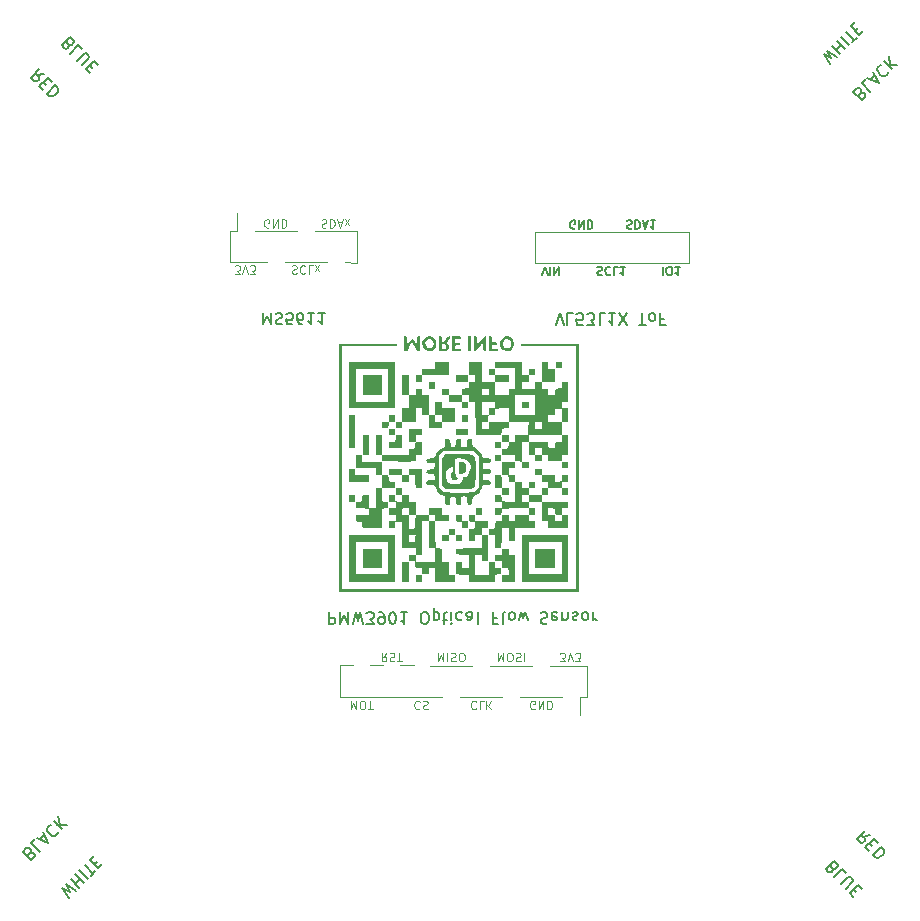
<source format=gbo>
%TF.GenerationSoftware,KiCad,Pcbnew,9.0.3*%
%TF.CreationDate,2025-07-30T12:07:42-04:00*%
%TF.ProjectId,LiteWingV2.5C,4c697465-5769-46e6-9756-322e35432e6b,rev?*%
%TF.SameCoordinates,Original*%
%TF.FileFunction,Legend,Bot*%
%TF.FilePolarity,Positive*%
%FSLAX46Y46*%
G04 Gerber Fmt 4.6, Leading zero omitted, Abs format (unit mm)*
G04 Created by KiCad (PCBNEW 9.0.3) date 2025-07-30 12:07:42*
%MOMM*%
%LPD*%
G01*
G04 APERTURE LIST*
%ADD10C,0.200000*%
%ADD11C,0.125000*%
%ADD12C,0.152400*%
%ADD13C,0.120000*%
%ADD14C,0.100000*%
%ADD15C,0.000000*%
G04 APERTURE END LIST*
D10*
X179037321Y-128459380D02*
X179172008Y-128526723D01*
X179172008Y-128526723D02*
X179239351Y-128526723D01*
X179239351Y-128526723D02*
X179340366Y-128493052D01*
X179340366Y-128493052D02*
X179441382Y-128392036D01*
X179441382Y-128392036D02*
X179475053Y-128291021D01*
X179475053Y-128291021D02*
X179475053Y-128223678D01*
X179475053Y-128223678D02*
X179441382Y-128122662D01*
X179441382Y-128122662D02*
X179172008Y-127853288D01*
X179172008Y-127853288D02*
X178464901Y-128560395D01*
X178464901Y-128560395D02*
X178700603Y-128796097D01*
X178700603Y-128796097D02*
X178801618Y-128829769D01*
X178801618Y-128829769D02*
X178868962Y-128829769D01*
X178868962Y-128829769D02*
X178969977Y-128796097D01*
X178969977Y-128796097D02*
X179037321Y-128728754D01*
X179037321Y-128728754D02*
X179070992Y-128627739D01*
X179070992Y-128627739D02*
X179070992Y-128560395D01*
X179070992Y-128560395D02*
X179037321Y-128459380D01*
X179037321Y-128459380D02*
X178801618Y-128223678D01*
X180215832Y-128897113D02*
X179879114Y-128560395D01*
X179879114Y-128560395D02*
X179172008Y-129267502D01*
X179744428Y-129839922D02*
X180316847Y-129267502D01*
X180316847Y-129267502D02*
X180417863Y-129233830D01*
X180417863Y-129233830D02*
X180485206Y-129233830D01*
X180485206Y-129233830D02*
X180586221Y-129267502D01*
X180586221Y-129267502D02*
X180720908Y-129402189D01*
X180720908Y-129402189D02*
X180754580Y-129503204D01*
X180754580Y-129503204D02*
X180754580Y-129570548D01*
X180754580Y-129570548D02*
X180720908Y-129671563D01*
X180720908Y-129671563D02*
X180148489Y-130243983D01*
X180821924Y-130243983D02*
X181057626Y-130479685D01*
X181529030Y-130210311D02*
X181192313Y-129873593D01*
X181192313Y-129873593D02*
X180485206Y-130580700D01*
X180485206Y-130580700D02*
X180821924Y-130917418D01*
X182234069Y-125705349D02*
X181661649Y-125806365D01*
X181830008Y-125301288D02*
X181122901Y-126008395D01*
X181122901Y-126008395D02*
X181392275Y-126277769D01*
X181392275Y-126277769D02*
X181493290Y-126311441D01*
X181493290Y-126311441D02*
X181560634Y-126311441D01*
X181560634Y-126311441D02*
X181661649Y-126277769D01*
X181661649Y-126277769D02*
X181762664Y-126176754D01*
X181762664Y-126176754D02*
X181796336Y-126075739D01*
X181796336Y-126075739D02*
X181796336Y-126008395D01*
X181796336Y-126008395D02*
X181762664Y-125907380D01*
X181762664Y-125907380D02*
X181493290Y-125638006D01*
X182166725Y-126378784D02*
X182402427Y-126614487D01*
X182873832Y-126345113D02*
X182537114Y-126008395D01*
X182537114Y-126008395D02*
X181830008Y-126715502D01*
X181830008Y-126715502D02*
X182166725Y-127052219D01*
X183176878Y-126648158D02*
X182469771Y-127355265D01*
X182469771Y-127355265D02*
X182638130Y-127523624D01*
X182638130Y-127523624D02*
X182772817Y-127590967D01*
X182772817Y-127590967D02*
X182907504Y-127590967D01*
X182907504Y-127590967D02*
X183008519Y-127557296D01*
X183008519Y-127557296D02*
X183176878Y-127456280D01*
X183176878Y-127456280D02*
X183277893Y-127355265D01*
X183277893Y-127355265D02*
X183378908Y-127186906D01*
X183378908Y-127186906D02*
X183412580Y-127085891D01*
X183412580Y-127085891D02*
X183412580Y-126951204D01*
X183412580Y-126951204D02*
X183345237Y-126816517D01*
X183345237Y-126816517D02*
X183176878Y-126648158D01*
D11*
X144077323Y-114386270D02*
X144043456Y-114352404D01*
X144043456Y-114352404D02*
X143941856Y-114318537D01*
X143941856Y-114318537D02*
X143874123Y-114318537D01*
X143874123Y-114318537D02*
X143772523Y-114352404D01*
X143772523Y-114352404D02*
X143704790Y-114420137D01*
X143704790Y-114420137D02*
X143670923Y-114487870D01*
X143670923Y-114487870D02*
X143637056Y-114623337D01*
X143637056Y-114623337D02*
X143637056Y-114724937D01*
X143637056Y-114724937D02*
X143670923Y-114860404D01*
X143670923Y-114860404D02*
X143704790Y-114928137D01*
X143704790Y-114928137D02*
X143772523Y-114995870D01*
X143772523Y-114995870D02*
X143874123Y-115029737D01*
X143874123Y-115029737D02*
X143941856Y-115029737D01*
X143941856Y-115029737D02*
X144043456Y-114995870D01*
X144043456Y-114995870D02*
X144077323Y-114962004D01*
X144348256Y-114352404D02*
X144449856Y-114318537D01*
X144449856Y-114318537D02*
X144619190Y-114318537D01*
X144619190Y-114318537D02*
X144686923Y-114352404D01*
X144686923Y-114352404D02*
X144720790Y-114386270D01*
X144720790Y-114386270D02*
X144754656Y-114454004D01*
X144754656Y-114454004D02*
X144754656Y-114521737D01*
X144754656Y-114521737D02*
X144720790Y-114589470D01*
X144720790Y-114589470D02*
X144686923Y-114623337D01*
X144686923Y-114623337D02*
X144619190Y-114657204D01*
X144619190Y-114657204D02*
X144483723Y-114691070D01*
X144483723Y-114691070D02*
X144415990Y-114724937D01*
X144415990Y-114724937D02*
X144382123Y-114758804D01*
X144382123Y-114758804D02*
X144348256Y-114826537D01*
X144348256Y-114826537D02*
X144348256Y-114894270D01*
X144348256Y-114894270D02*
X144382123Y-114962004D01*
X144382123Y-114962004D02*
X144415990Y-114995870D01*
X144415990Y-114995870D02*
X144483723Y-115029737D01*
X144483723Y-115029737D02*
X144653056Y-115029737D01*
X144653056Y-115029737D02*
X144754656Y-114995870D01*
D10*
X112291069Y-61253349D02*
X111718649Y-61354365D01*
X111887008Y-60849288D02*
X111179901Y-61556395D01*
X111179901Y-61556395D02*
X111449275Y-61825769D01*
X111449275Y-61825769D02*
X111550290Y-61859441D01*
X111550290Y-61859441D02*
X111617634Y-61859441D01*
X111617634Y-61859441D02*
X111718649Y-61825769D01*
X111718649Y-61825769D02*
X111819664Y-61724754D01*
X111819664Y-61724754D02*
X111853336Y-61623739D01*
X111853336Y-61623739D02*
X111853336Y-61556395D01*
X111853336Y-61556395D02*
X111819664Y-61455380D01*
X111819664Y-61455380D02*
X111550290Y-61186006D01*
X112223725Y-61926784D02*
X112459427Y-62162487D01*
X112930832Y-61893113D02*
X112594114Y-61556395D01*
X112594114Y-61556395D02*
X111887008Y-62263502D01*
X111887008Y-62263502D02*
X112223725Y-62600219D01*
X113233878Y-62196158D02*
X112526771Y-62903265D01*
X112526771Y-62903265D02*
X112695130Y-63071624D01*
X112695130Y-63071624D02*
X112829817Y-63138967D01*
X112829817Y-63138967D02*
X112964504Y-63138967D01*
X112964504Y-63138967D02*
X113065519Y-63105296D01*
X113065519Y-63105296D02*
X113233878Y-63004280D01*
X113233878Y-63004280D02*
X113334893Y-62903265D01*
X113334893Y-62903265D02*
X113435908Y-62734906D01*
X113435908Y-62734906D02*
X113469580Y-62633891D01*
X113469580Y-62633891D02*
X113469580Y-62499204D01*
X113469580Y-62499204D02*
X113402237Y-62364517D01*
X113402237Y-62364517D02*
X113233878Y-62196158D01*
D11*
X150698256Y-110263537D02*
X150698256Y-110974737D01*
X150698256Y-110974737D02*
X150935323Y-110466737D01*
X150935323Y-110466737D02*
X151172389Y-110974737D01*
X151172389Y-110974737D02*
X151172389Y-110263537D01*
X151646523Y-110974737D02*
X151781989Y-110974737D01*
X151781989Y-110974737D02*
X151849723Y-110940870D01*
X151849723Y-110940870D02*
X151917456Y-110873137D01*
X151917456Y-110873137D02*
X151951323Y-110737670D01*
X151951323Y-110737670D02*
X151951323Y-110500604D01*
X151951323Y-110500604D02*
X151917456Y-110365137D01*
X151917456Y-110365137D02*
X151849723Y-110297404D01*
X151849723Y-110297404D02*
X151781989Y-110263537D01*
X151781989Y-110263537D02*
X151646523Y-110263537D01*
X151646523Y-110263537D02*
X151578789Y-110297404D01*
X151578789Y-110297404D02*
X151511056Y-110365137D01*
X151511056Y-110365137D02*
X151477189Y-110500604D01*
X151477189Y-110500604D02*
X151477189Y-110737670D01*
X151477189Y-110737670D02*
X151511056Y-110873137D01*
X151511056Y-110873137D02*
X151578789Y-110940870D01*
X151578789Y-110940870D02*
X151646523Y-110974737D01*
X152222256Y-110297404D02*
X152323856Y-110263537D01*
X152323856Y-110263537D02*
X152493190Y-110263537D01*
X152493190Y-110263537D02*
X152560923Y-110297404D01*
X152560923Y-110297404D02*
X152594790Y-110331270D01*
X152594790Y-110331270D02*
X152628656Y-110399004D01*
X152628656Y-110399004D02*
X152628656Y-110466737D01*
X152628656Y-110466737D02*
X152594790Y-110534470D01*
X152594790Y-110534470D02*
X152560923Y-110568337D01*
X152560923Y-110568337D02*
X152493190Y-110602204D01*
X152493190Y-110602204D02*
X152357723Y-110636070D01*
X152357723Y-110636070D02*
X152289990Y-110669937D01*
X152289990Y-110669937D02*
X152256123Y-110703804D01*
X152256123Y-110703804D02*
X152222256Y-110771537D01*
X152222256Y-110771537D02*
X152222256Y-110839270D01*
X152222256Y-110839270D02*
X152256123Y-110907004D01*
X152256123Y-110907004D02*
X152289990Y-110940870D01*
X152289990Y-110940870D02*
X152357723Y-110974737D01*
X152357723Y-110974737D02*
X152527056Y-110974737D01*
X152527056Y-110974737D02*
X152628656Y-110940870D01*
X152933456Y-110263537D02*
X152933456Y-110974737D01*
D10*
X114352321Y-58723380D02*
X114487008Y-58790723D01*
X114487008Y-58790723D02*
X114554351Y-58790723D01*
X114554351Y-58790723D02*
X114655366Y-58757052D01*
X114655366Y-58757052D02*
X114756382Y-58656036D01*
X114756382Y-58656036D02*
X114790053Y-58555021D01*
X114790053Y-58555021D02*
X114790053Y-58487678D01*
X114790053Y-58487678D02*
X114756382Y-58386662D01*
X114756382Y-58386662D02*
X114487008Y-58117288D01*
X114487008Y-58117288D02*
X113779901Y-58824395D01*
X113779901Y-58824395D02*
X114015603Y-59060097D01*
X114015603Y-59060097D02*
X114116618Y-59093769D01*
X114116618Y-59093769D02*
X114183962Y-59093769D01*
X114183962Y-59093769D02*
X114284977Y-59060097D01*
X114284977Y-59060097D02*
X114352321Y-58992754D01*
X114352321Y-58992754D02*
X114385992Y-58891739D01*
X114385992Y-58891739D02*
X114385992Y-58824395D01*
X114385992Y-58824395D02*
X114352321Y-58723380D01*
X114352321Y-58723380D02*
X114116618Y-58487678D01*
X115530832Y-59161113D02*
X115194114Y-58824395D01*
X115194114Y-58824395D02*
X114487008Y-59531502D01*
X115059428Y-60103922D02*
X115631847Y-59531502D01*
X115631847Y-59531502D02*
X115732863Y-59497830D01*
X115732863Y-59497830D02*
X115800206Y-59497830D01*
X115800206Y-59497830D02*
X115901221Y-59531502D01*
X115901221Y-59531502D02*
X116035908Y-59666189D01*
X116035908Y-59666189D02*
X116069580Y-59767204D01*
X116069580Y-59767204D02*
X116069580Y-59834548D01*
X116069580Y-59834548D02*
X116035908Y-59935563D01*
X116035908Y-59935563D02*
X115463489Y-60507983D01*
X116136924Y-60507983D02*
X116372626Y-60743685D01*
X116844030Y-60474311D02*
X116507313Y-60137593D01*
X116507313Y-60137593D02*
X115800206Y-60844700D01*
X115800206Y-60844700D02*
X116136924Y-61181418D01*
D11*
X148852523Y-114386270D02*
X148818656Y-114352404D01*
X148818656Y-114352404D02*
X148717056Y-114318537D01*
X148717056Y-114318537D02*
X148649323Y-114318537D01*
X148649323Y-114318537D02*
X148547723Y-114352404D01*
X148547723Y-114352404D02*
X148479990Y-114420137D01*
X148479990Y-114420137D02*
X148446123Y-114487870D01*
X148446123Y-114487870D02*
X148412256Y-114623337D01*
X148412256Y-114623337D02*
X148412256Y-114724937D01*
X148412256Y-114724937D02*
X148446123Y-114860404D01*
X148446123Y-114860404D02*
X148479990Y-114928137D01*
X148479990Y-114928137D02*
X148547723Y-114995870D01*
X148547723Y-114995870D02*
X148649323Y-115029737D01*
X148649323Y-115029737D02*
X148717056Y-115029737D01*
X148717056Y-115029737D02*
X148818656Y-114995870D01*
X148818656Y-114995870D02*
X148852523Y-114962004D01*
X149495990Y-114318537D02*
X149157323Y-114318537D01*
X149157323Y-114318537D02*
X149157323Y-115029737D01*
X149733056Y-114318537D02*
X149733056Y-115029737D01*
X150139456Y-114318537D02*
X149834656Y-114724937D01*
X150139456Y-115029737D02*
X149733056Y-114623337D01*
D10*
X155606650Y-82474780D02*
X155939983Y-81474780D01*
X155939983Y-81474780D02*
X156273316Y-82474780D01*
X157082840Y-81474780D02*
X156606650Y-81474780D01*
X156606650Y-81474780D02*
X156606650Y-82474780D01*
X157892364Y-82474780D02*
X157416174Y-82474780D01*
X157416174Y-82474780D02*
X157368555Y-81998590D01*
X157368555Y-81998590D02*
X157416174Y-82046209D01*
X157416174Y-82046209D02*
X157511412Y-82093828D01*
X157511412Y-82093828D02*
X157749507Y-82093828D01*
X157749507Y-82093828D02*
X157844745Y-82046209D01*
X157844745Y-82046209D02*
X157892364Y-81998590D01*
X157892364Y-81998590D02*
X157939983Y-81903352D01*
X157939983Y-81903352D02*
X157939983Y-81665257D01*
X157939983Y-81665257D02*
X157892364Y-81570019D01*
X157892364Y-81570019D02*
X157844745Y-81522400D01*
X157844745Y-81522400D02*
X157749507Y-81474780D01*
X157749507Y-81474780D02*
X157511412Y-81474780D01*
X157511412Y-81474780D02*
X157416174Y-81522400D01*
X157416174Y-81522400D02*
X157368555Y-81570019D01*
X158273317Y-82474780D02*
X158892364Y-82474780D01*
X158892364Y-82474780D02*
X158559031Y-82093828D01*
X158559031Y-82093828D02*
X158701888Y-82093828D01*
X158701888Y-82093828D02*
X158797126Y-82046209D01*
X158797126Y-82046209D02*
X158844745Y-81998590D01*
X158844745Y-81998590D02*
X158892364Y-81903352D01*
X158892364Y-81903352D02*
X158892364Y-81665257D01*
X158892364Y-81665257D02*
X158844745Y-81570019D01*
X158844745Y-81570019D02*
X158797126Y-81522400D01*
X158797126Y-81522400D02*
X158701888Y-81474780D01*
X158701888Y-81474780D02*
X158416174Y-81474780D01*
X158416174Y-81474780D02*
X158320936Y-81522400D01*
X158320936Y-81522400D02*
X158273317Y-81570019D01*
X159797126Y-81474780D02*
X159320936Y-81474780D01*
X159320936Y-81474780D02*
X159320936Y-82474780D01*
X160654269Y-81474780D02*
X160082841Y-81474780D01*
X160368555Y-81474780D02*
X160368555Y-82474780D01*
X160368555Y-82474780D02*
X160273317Y-82331923D01*
X160273317Y-82331923D02*
X160178079Y-82236685D01*
X160178079Y-82236685D02*
X160082841Y-82189066D01*
X160987603Y-82474780D02*
X161654269Y-81474780D01*
X161654269Y-82474780D02*
X160987603Y-81474780D01*
X162654270Y-82474780D02*
X163225698Y-82474780D01*
X162939984Y-81474780D02*
X162939984Y-82474780D01*
X163701889Y-81474780D02*
X163606651Y-81522400D01*
X163606651Y-81522400D02*
X163559032Y-81570019D01*
X163559032Y-81570019D02*
X163511413Y-81665257D01*
X163511413Y-81665257D02*
X163511413Y-81950971D01*
X163511413Y-81950971D02*
X163559032Y-82046209D01*
X163559032Y-82046209D02*
X163606651Y-82093828D01*
X163606651Y-82093828D02*
X163701889Y-82141447D01*
X163701889Y-82141447D02*
X163844746Y-82141447D01*
X163844746Y-82141447D02*
X163939984Y-82093828D01*
X163939984Y-82093828D02*
X163987603Y-82046209D01*
X163987603Y-82046209D02*
X164035222Y-81950971D01*
X164035222Y-81950971D02*
X164035222Y-81665257D01*
X164035222Y-81665257D02*
X163987603Y-81570019D01*
X163987603Y-81570019D02*
X163939984Y-81522400D01*
X163939984Y-81522400D02*
X163844746Y-81474780D01*
X163844746Y-81474780D02*
X163701889Y-81474780D01*
X164797127Y-81998590D02*
X164463794Y-81998590D01*
X164463794Y-81474780D02*
X164463794Y-82474780D01*
X164463794Y-82474780D02*
X164939984Y-82474780D01*
X136374173Y-106799780D02*
X136374173Y-107799780D01*
X136374173Y-107799780D02*
X136755125Y-107799780D01*
X136755125Y-107799780D02*
X136850363Y-107752161D01*
X136850363Y-107752161D02*
X136897982Y-107704542D01*
X136897982Y-107704542D02*
X136945601Y-107609304D01*
X136945601Y-107609304D02*
X136945601Y-107466447D01*
X136945601Y-107466447D02*
X136897982Y-107371209D01*
X136897982Y-107371209D02*
X136850363Y-107323590D01*
X136850363Y-107323590D02*
X136755125Y-107275971D01*
X136755125Y-107275971D02*
X136374173Y-107275971D01*
X137374173Y-106799780D02*
X137374173Y-107799780D01*
X137374173Y-107799780D02*
X137707506Y-107085495D01*
X137707506Y-107085495D02*
X138040839Y-107799780D01*
X138040839Y-107799780D02*
X138040839Y-106799780D01*
X138421792Y-107799780D02*
X138659887Y-106799780D01*
X138659887Y-106799780D02*
X138850363Y-107514066D01*
X138850363Y-107514066D02*
X139040839Y-106799780D01*
X139040839Y-106799780D02*
X139278935Y-107799780D01*
X139564649Y-107799780D02*
X140183696Y-107799780D01*
X140183696Y-107799780D02*
X139850363Y-107418828D01*
X139850363Y-107418828D02*
X139993220Y-107418828D01*
X139993220Y-107418828D02*
X140088458Y-107371209D01*
X140088458Y-107371209D02*
X140136077Y-107323590D01*
X140136077Y-107323590D02*
X140183696Y-107228352D01*
X140183696Y-107228352D02*
X140183696Y-106990257D01*
X140183696Y-106990257D02*
X140136077Y-106895019D01*
X140136077Y-106895019D02*
X140088458Y-106847400D01*
X140088458Y-106847400D02*
X139993220Y-106799780D01*
X139993220Y-106799780D02*
X139707506Y-106799780D01*
X139707506Y-106799780D02*
X139612268Y-106847400D01*
X139612268Y-106847400D02*
X139564649Y-106895019D01*
X140659887Y-106799780D02*
X140850363Y-106799780D01*
X140850363Y-106799780D02*
X140945601Y-106847400D01*
X140945601Y-106847400D02*
X140993220Y-106895019D01*
X140993220Y-106895019D02*
X141088458Y-107037876D01*
X141088458Y-107037876D02*
X141136077Y-107228352D01*
X141136077Y-107228352D02*
X141136077Y-107609304D01*
X141136077Y-107609304D02*
X141088458Y-107704542D01*
X141088458Y-107704542D02*
X141040839Y-107752161D01*
X141040839Y-107752161D02*
X140945601Y-107799780D01*
X140945601Y-107799780D02*
X140755125Y-107799780D01*
X140755125Y-107799780D02*
X140659887Y-107752161D01*
X140659887Y-107752161D02*
X140612268Y-107704542D01*
X140612268Y-107704542D02*
X140564649Y-107609304D01*
X140564649Y-107609304D02*
X140564649Y-107371209D01*
X140564649Y-107371209D02*
X140612268Y-107275971D01*
X140612268Y-107275971D02*
X140659887Y-107228352D01*
X140659887Y-107228352D02*
X140755125Y-107180733D01*
X140755125Y-107180733D02*
X140945601Y-107180733D01*
X140945601Y-107180733D02*
X141040839Y-107228352D01*
X141040839Y-107228352D02*
X141088458Y-107275971D01*
X141088458Y-107275971D02*
X141136077Y-107371209D01*
X141755125Y-107799780D02*
X141850363Y-107799780D01*
X141850363Y-107799780D02*
X141945601Y-107752161D01*
X141945601Y-107752161D02*
X141993220Y-107704542D01*
X141993220Y-107704542D02*
X142040839Y-107609304D01*
X142040839Y-107609304D02*
X142088458Y-107418828D01*
X142088458Y-107418828D02*
X142088458Y-107180733D01*
X142088458Y-107180733D02*
X142040839Y-106990257D01*
X142040839Y-106990257D02*
X141993220Y-106895019D01*
X141993220Y-106895019D02*
X141945601Y-106847400D01*
X141945601Y-106847400D02*
X141850363Y-106799780D01*
X141850363Y-106799780D02*
X141755125Y-106799780D01*
X141755125Y-106799780D02*
X141659887Y-106847400D01*
X141659887Y-106847400D02*
X141612268Y-106895019D01*
X141612268Y-106895019D02*
X141564649Y-106990257D01*
X141564649Y-106990257D02*
X141517030Y-107180733D01*
X141517030Y-107180733D02*
X141517030Y-107418828D01*
X141517030Y-107418828D02*
X141564649Y-107609304D01*
X141564649Y-107609304D02*
X141612268Y-107704542D01*
X141612268Y-107704542D02*
X141659887Y-107752161D01*
X141659887Y-107752161D02*
X141755125Y-107799780D01*
X143040839Y-106799780D02*
X142469411Y-106799780D01*
X142755125Y-106799780D02*
X142755125Y-107799780D01*
X142755125Y-107799780D02*
X142659887Y-107656923D01*
X142659887Y-107656923D02*
X142564649Y-107561685D01*
X142564649Y-107561685D02*
X142469411Y-107514066D01*
X144421792Y-107799780D02*
X144612268Y-107799780D01*
X144612268Y-107799780D02*
X144707506Y-107752161D01*
X144707506Y-107752161D02*
X144802744Y-107656923D01*
X144802744Y-107656923D02*
X144850363Y-107466447D01*
X144850363Y-107466447D02*
X144850363Y-107133114D01*
X144850363Y-107133114D02*
X144802744Y-106942638D01*
X144802744Y-106942638D02*
X144707506Y-106847400D01*
X144707506Y-106847400D02*
X144612268Y-106799780D01*
X144612268Y-106799780D02*
X144421792Y-106799780D01*
X144421792Y-106799780D02*
X144326554Y-106847400D01*
X144326554Y-106847400D02*
X144231316Y-106942638D01*
X144231316Y-106942638D02*
X144183697Y-107133114D01*
X144183697Y-107133114D02*
X144183697Y-107466447D01*
X144183697Y-107466447D02*
X144231316Y-107656923D01*
X144231316Y-107656923D02*
X144326554Y-107752161D01*
X144326554Y-107752161D02*
X144421792Y-107799780D01*
X145278935Y-107466447D02*
X145278935Y-106466447D01*
X145278935Y-107418828D02*
X145374173Y-107466447D01*
X145374173Y-107466447D02*
X145564649Y-107466447D01*
X145564649Y-107466447D02*
X145659887Y-107418828D01*
X145659887Y-107418828D02*
X145707506Y-107371209D01*
X145707506Y-107371209D02*
X145755125Y-107275971D01*
X145755125Y-107275971D02*
X145755125Y-106990257D01*
X145755125Y-106990257D02*
X145707506Y-106895019D01*
X145707506Y-106895019D02*
X145659887Y-106847400D01*
X145659887Y-106847400D02*
X145564649Y-106799780D01*
X145564649Y-106799780D02*
X145374173Y-106799780D01*
X145374173Y-106799780D02*
X145278935Y-106847400D01*
X146040840Y-107466447D02*
X146421792Y-107466447D01*
X146183697Y-107799780D02*
X146183697Y-106942638D01*
X146183697Y-106942638D02*
X146231316Y-106847400D01*
X146231316Y-106847400D02*
X146326554Y-106799780D01*
X146326554Y-106799780D02*
X146421792Y-106799780D01*
X146755126Y-106799780D02*
X146755126Y-107466447D01*
X146755126Y-107799780D02*
X146707507Y-107752161D01*
X146707507Y-107752161D02*
X146755126Y-107704542D01*
X146755126Y-107704542D02*
X146802745Y-107752161D01*
X146802745Y-107752161D02*
X146755126Y-107799780D01*
X146755126Y-107799780D02*
X146755126Y-107704542D01*
X147659887Y-106847400D02*
X147564649Y-106799780D01*
X147564649Y-106799780D02*
X147374173Y-106799780D01*
X147374173Y-106799780D02*
X147278935Y-106847400D01*
X147278935Y-106847400D02*
X147231316Y-106895019D01*
X147231316Y-106895019D02*
X147183697Y-106990257D01*
X147183697Y-106990257D02*
X147183697Y-107275971D01*
X147183697Y-107275971D02*
X147231316Y-107371209D01*
X147231316Y-107371209D02*
X147278935Y-107418828D01*
X147278935Y-107418828D02*
X147374173Y-107466447D01*
X147374173Y-107466447D02*
X147564649Y-107466447D01*
X147564649Y-107466447D02*
X147659887Y-107418828D01*
X148517030Y-106799780D02*
X148517030Y-107323590D01*
X148517030Y-107323590D02*
X148469411Y-107418828D01*
X148469411Y-107418828D02*
X148374173Y-107466447D01*
X148374173Y-107466447D02*
X148183697Y-107466447D01*
X148183697Y-107466447D02*
X148088459Y-107418828D01*
X148517030Y-106847400D02*
X148421792Y-106799780D01*
X148421792Y-106799780D02*
X148183697Y-106799780D01*
X148183697Y-106799780D02*
X148088459Y-106847400D01*
X148088459Y-106847400D02*
X148040840Y-106942638D01*
X148040840Y-106942638D02*
X148040840Y-107037876D01*
X148040840Y-107037876D02*
X148088459Y-107133114D01*
X148088459Y-107133114D02*
X148183697Y-107180733D01*
X148183697Y-107180733D02*
X148421792Y-107180733D01*
X148421792Y-107180733D02*
X148517030Y-107228352D01*
X149136078Y-106799780D02*
X149040840Y-106847400D01*
X149040840Y-106847400D02*
X148993221Y-106942638D01*
X148993221Y-106942638D02*
X148993221Y-107799780D01*
X150612269Y-107323590D02*
X150278936Y-107323590D01*
X150278936Y-106799780D02*
X150278936Y-107799780D01*
X150278936Y-107799780D02*
X150755126Y-107799780D01*
X151278936Y-106799780D02*
X151183698Y-106847400D01*
X151183698Y-106847400D02*
X151136079Y-106942638D01*
X151136079Y-106942638D02*
X151136079Y-107799780D01*
X151802746Y-106799780D02*
X151707508Y-106847400D01*
X151707508Y-106847400D02*
X151659889Y-106895019D01*
X151659889Y-106895019D02*
X151612270Y-106990257D01*
X151612270Y-106990257D02*
X151612270Y-107275971D01*
X151612270Y-107275971D02*
X151659889Y-107371209D01*
X151659889Y-107371209D02*
X151707508Y-107418828D01*
X151707508Y-107418828D02*
X151802746Y-107466447D01*
X151802746Y-107466447D02*
X151945603Y-107466447D01*
X151945603Y-107466447D02*
X152040841Y-107418828D01*
X152040841Y-107418828D02*
X152088460Y-107371209D01*
X152088460Y-107371209D02*
X152136079Y-107275971D01*
X152136079Y-107275971D02*
X152136079Y-106990257D01*
X152136079Y-106990257D02*
X152088460Y-106895019D01*
X152088460Y-106895019D02*
X152040841Y-106847400D01*
X152040841Y-106847400D02*
X151945603Y-106799780D01*
X151945603Y-106799780D02*
X151802746Y-106799780D01*
X152469413Y-107466447D02*
X152659889Y-106799780D01*
X152659889Y-106799780D02*
X152850365Y-107275971D01*
X152850365Y-107275971D02*
X153040841Y-106799780D01*
X153040841Y-106799780D02*
X153231317Y-107466447D01*
X154326556Y-106847400D02*
X154469413Y-106799780D01*
X154469413Y-106799780D02*
X154707508Y-106799780D01*
X154707508Y-106799780D02*
X154802746Y-106847400D01*
X154802746Y-106847400D02*
X154850365Y-106895019D01*
X154850365Y-106895019D02*
X154897984Y-106990257D01*
X154897984Y-106990257D02*
X154897984Y-107085495D01*
X154897984Y-107085495D02*
X154850365Y-107180733D01*
X154850365Y-107180733D02*
X154802746Y-107228352D01*
X154802746Y-107228352D02*
X154707508Y-107275971D01*
X154707508Y-107275971D02*
X154517032Y-107323590D01*
X154517032Y-107323590D02*
X154421794Y-107371209D01*
X154421794Y-107371209D02*
X154374175Y-107418828D01*
X154374175Y-107418828D02*
X154326556Y-107514066D01*
X154326556Y-107514066D02*
X154326556Y-107609304D01*
X154326556Y-107609304D02*
X154374175Y-107704542D01*
X154374175Y-107704542D02*
X154421794Y-107752161D01*
X154421794Y-107752161D02*
X154517032Y-107799780D01*
X154517032Y-107799780D02*
X154755127Y-107799780D01*
X154755127Y-107799780D02*
X154897984Y-107752161D01*
X155707508Y-106847400D02*
X155612270Y-106799780D01*
X155612270Y-106799780D02*
X155421794Y-106799780D01*
X155421794Y-106799780D02*
X155326556Y-106847400D01*
X155326556Y-106847400D02*
X155278937Y-106942638D01*
X155278937Y-106942638D02*
X155278937Y-107323590D01*
X155278937Y-107323590D02*
X155326556Y-107418828D01*
X155326556Y-107418828D02*
X155421794Y-107466447D01*
X155421794Y-107466447D02*
X155612270Y-107466447D01*
X155612270Y-107466447D02*
X155707508Y-107418828D01*
X155707508Y-107418828D02*
X155755127Y-107323590D01*
X155755127Y-107323590D02*
X155755127Y-107228352D01*
X155755127Y-107228352D02*
X155278937Y-107133114D01*
X156183699Y-107466447D02*
X156183699Y-106799780D01*
X156183699Y-107371209D02*
X156231318Y-107418828D01*
X156231318Y-107418828D02*
X156326556Y-107466447D01*
X156326556Y-107466447D02*
X156469413Y-107466447D01*
X156469413Y-107466447D02*
X156564651Y-107418828D01*
X156564651Y-107418828D02*
X156612270Y-107323590D01*
X156612270Y-107323590D02*
X156612270Y-106799780D01*
X157040842Y-106847400D02*
X157136080Y-106799780D01*
X157136080Y-106799780D02*
X157326556Y-106799780D01*
X157326556Y-106799780D02*
X157421794Y-106847400D01*
X157421794Y-106847400D02*
X157469413Y-106942638D01*
X157469413Y-106942638D02*
X157469413Y-106990257D01*
X157469413Y-106990257D02*
X157421794Y-107085495D01*
X157421794Y-107085495D02*
X157326556Y-107133114D01*
X157326556Y-107133114D02*
X157183699Y-107133114D01*
X157183699Y-107133114D02*
X157088461Y-107180733D01*
X157088461Y-107180733D02*
X157040842Y-107275971D01*
X157040842Y-107275971D02*
X157040842Y-107323590D01*
X157040842Y-107323590D02*
X157088461Y-107418828D01*
X157088461Y-107418828D02*
X157183699Y-107466447D01*
X157183699Y-107466447D02*
X157326556Y-107466447D01*
X157326556Y-107466447D02*
X157421794Y-107418828D01*
X158040842Y-106799780D02*
X157945604Y-106847400D01*
X157945604Y-106847400D02*
X157897985Y-106895019D01*
X157897985Y-106895019D02*
X157850366Y-106990257D01*
X157850366Y-106990257D02*
X157850366Y-107275971D01*
X157850366Y-107275971D02*
X157897985Y-107371209D01*
X157897985Y-107371209D02*
X157945604Y-107418828D01*
X157945604Y-107418828D02*
X158040842Y-107466447D01*
X158040842Y-107466447D02*
X158183699Y-107466447D01*
X158183699Y-107466447D02*
X158278937Y-107418828D01*
X158278937Y-107418828D02*
X158326556Y-107371209D01*
X158326556Y-107371209D02*
X158374175Y-107275971D01*
X158374175Y-107275971D02*
X158374175Y-106990257D01*
X158374175Y-106990257D02*
X158326556Y-106895019D01*
X158326556Y-106895019D02*
X158278937Y-106847400D01*
X158278937Y-106847400D02*
X158183699Y-106799780D01*
X158183699Y-106799780D02*
X158040842Y-106799780D01*
X158802747Y-106799780D02*
X158802747Y-107466447D01*
X158802747Y-107275971D02*
X158850366Y-107371209D01*
X158850366Y-107371209D02*
X158897985Y-107418828D01*
X158897985Y-107418828D02*
X158993223Y-107466447D01*
X158993223Y-107466447D02*
X159088461Y-107466447D01*
D11*
X135781888Y-73561404D02*
X135883488Y-73527537D01*
X135883488Y-73527537D02*
X136052822Y-73527537D01*
X136052822Y-73527537D02*
X136120555Y-73561404D01*
X136120555Y-73561404D02*
X136154422Y-73595270D01*
X136154422Y-73595270D02*
X136188288Y-73663004D01*
X136188288Y-73663004D02*
X136188288Y-73730737D01*
X136188288Y-73730737D02*
X136154422Y-73798470D01*
X136154422Y-73798470D02*
X136120555Y-73832337D01*
X136120555Y-73832337D02*
X136052822Y-73866204D01*
X136052822Y-73866204D02*
X135917355Y-73900070D01*
X135917355Y-73900070D02*
X135849622Y-73933937D01*
X135849622Y-73933937D02*
X135815755Y-73967804D01*
X135815755Y-73967804D02*
X135781888Y-74035537D01*
X135781888Y-74035537D02*
X135781888Y-74103270D01*
X135781888Y-74103270D02*
X135815755Y-74171004D01*
X135815755Y-74171004D02*
X135849622Y-74204870D01*
X135849622Y-74204870D02*
X135917355Y-74238737D01*
X135917355Y-74238737D02*
X136086688Y-74238737D01*
X136086688Y-74238737D02*
X136188288Y-74204870D01*
X136493088Y-73527537D02*
X136493088Y-74238737D01*
X136493088Y-74238737D02*
X136662421Y-74238737D01*
X136662421Y-74238737D02*
X136764021Y-74204870D01*
X136764021Y-74204870D02*
X136831755Y-74137137D01*
X136831755Y-74137137D02*
X136865621Y-74069404D01*
X136865621Y-74069404D02*
X136899488Y-73933937D01*
X136899488Y-73933937D02*
X136899488Y-73832337D01*
X136899488Y-73832337D02*
X136865621Y-73696870D01*
X136865621Y-73696870D02*
X136831755Y-73629137D01*
X136831755Y-73629137D02*
X136764021Y-73561404D01*
X136764021Y-73561404D02*
X136662421Y-73527537D01*
X136662421Y-73527537D02*
X136493088Y-73527537D01*
X137170421Y-73730737D02*
X137509088Y-73730737D01*
X137102688Y-73527537D02*
X137339755Y-74238737D01*
X137339755Y-74238737D02*
X137576821Y-73527537D01*
X137746155Y-73527537D02*
X138118688Y-74001670D01*
X137746155Y-74001670D02*
X138118688Y-73527537D01*
X153813989Y-114995870D02*
X153746256Y-115029737D01*
X153746256Y-115029737D02*
X153644656Y-115029737D01*
X153644656Y-115029737D02*
X153543056Y-114995870D01*
X153543056Y-114995870D02*
X153475323Y-114928137D01*
X153475323Y-114928137D02*
X153441456Y-114860404D01*
X153441456Y-114860404D02*
X153407589Y-114724937D01*
X153407589Y-114724937D02*
X153407589Y-114623337D01*
X153407589Y-114623337D02*
X153441456Y-114487870D01*
X153441456Y-114487870D02*
X153475323Y-114420137D01*
X153475323Y-114420137D02*
X153543056Y-114352404D01*
X153543056Y-114352404D02*
X153644656Y-114318537D01*
X153644656Y-114318537D02*
X153712389Y-114318537D01*
X153712389Y-114318537D02*
X153813989Y-114352404D01*
X153813989Y-114352404D02*
X153847856Y-114386270D01*
X153847856Y-114386270D02*
X153847856Y-114623337D01*
X153847856Y-114623337D02*
X153712389Y-114623337D01*
X154152656Y-114318537D02*
X154152656Y-115029737D01*
X154152656Y-115029737D02*
X154559056Y-114318537D01*
X154559056Y-114318537D02*
X154559056Y-115029737D01*
X154897723Y-114318537D02*
X154897723Y-115029737D01*
X154897723Y-115029737D02*
X155067056Y-115029737D01*
X155067056Y-115029737D02*
X155168656Y-114995870D01*
X155168656Y-114995870D02*
X155236390Y-114928137D01*
X155236390Y-114928137D02*
X155270256Y-114860404D01*
X155270256Y-114860404D02*
X155304123Y-114724937D01*
X155304123Y-114724937D02*
X155304123Y-114623337D01*
X155304123Y-114623337D02*
X155270256Y-114487870D01*
X155270256Y-114487870D02*
X155236390Y-114420137D01*
X155236390Y-114420137D02*
X155168656Y-114352404D01*
X155168656Y-114352404D02*
X155067056Y-114318537D01*
X155067056Y-114318537D02*
X154897723Y-114318537D01*
D10*
X114374552Y-130995942D02*
X113835804Y-130120476D01*
X113835804Y-130120476D02*
X114475567Y-130490865D01*
X114475567Y-130490865D02*
X114105178Y-129851102D01*
X114105178Y-129851102D02*
X114980643Y-130389850D01*
X114542910Y-129413369D02*
X115250017Y-130120476D01*
X114913299Y-129783759D02*
X115317360Y-129379698D01*
X114946971Y-129009308D02*
X115654078Y-129716415D01*
X115283689Y-128672591D02*
X115990795Y-129379698D01*
X116226497Y-129143996D02*
X116630558Y-128739935D01*
X115721421Y-128234858D02*
X116428528Y-128941965D01*
X116529543Y-128167515D02*
X116765246Y-127931813D01*
X116495872Y-127460408D02*
X116159154Y-127797126D01*
X116159154Y-127797126D02*
X116866261Y-128504232D01*
X116866261Y-128504232D02*
X117202978Y-128167515D01*
D11*
X131311489Y-74204870D02*
X131243756Y-74238737D01*
X131243756Y-74238737D02*
X131142156Y-74238737D01*
X131142156Y-74238737D02*
X131040556Y-74204870D01*
X131040556Y-74204870D02*
X130972823Y-74137137D01*
X130972823Y-74137137D02*
X130938956Y-74069404D01*
X130938956Y-74069404D02*
X130905089Y-73933937D01*
X130905089Y-73933937D02*
X130905089Y-73832337D01*
X130905089Y-73832337D02*
X130938956Y-73696870D01*
X130938956Y-73696870D02*
X130972823Y-73629137D01*
X130972823Y-73629137D02*
X131040556Y-73561404D01*
X131040556Y-73561404D02*
X131142156Y-73527537D01*
X131142156Y-73527537D02*
X131209889Y-73527537D01*
X131209889Y-73527537D02*
X131311489Y-73561404D01*
X131311489Y-73561404D02*
X131345356Y-73595270D01*
X131345356Y-73595270D02*
X131345356Y-73832337D01*
X131345356Y-73832337D02*
X131209889Y-73832337D01*
X131650156Y-73527537D02*
X131650156Y-74238737D01*
X131650156Y-74238737D02*
X132056556Y-73527537D01*
X132056556Y-73527537D02*
X132056556Y-74238737D01*
X132395223Y-73527537D02*
X132395223Y-74238737D01*
X132395223Y-74238737D02*
X132564556Y-74238737D01*
X132564556Y-74238737D02*
X132666156Y-74204870D01*
X132666156Y-74204870D02*
X132733890Y-74137137D01*
X132733890Y-74137137D02*
X132767756Y-74069404D01*
X132767756Y-74069404D02*
X132801623Y-73933937D01*
X132801623Y-73933937D02*
X132801623Y-73832337D01*
X132801623Y-73832337D02*
X132767756Y-73696870D01*
X132767756Y-73696870D02*
X132733890Y-73629137D01*
X132733890Y-73629137D02*
X132666156Y-73561404D01*
X132666156Y-73561404D02*
X132564556Y-73527537D01*
X132564556Y-73527537D02*
X132395223Y-73527537D01*
X138235322Y-114318537D02*
X138235322Y-115029737D01*
X138235322Y-115029737D02*
X138472389Y-114521737D01*
X138472389Y-114521737D02*
X138709455Y-115029737D01*
X138709455Y-115029737D02*
X138709455Y-114318537D01*
X139183589Y-115029737D02*
X139319055Y-115029737D01*
X139319055Y-115029737D02*
X139386789Y-114995870D01*
X139386789Y-114995870D02*
X139454522Y-114928137D01*
X139454522Y-114928137D02*
X139488389Y-114792670D01*
X139488389Y-114792670D02*
X139488389Y-114555604D01*
X139488389Y-114555604D02*
X139454522Y-114420137D01*
X139454522Y-114420137D02*
X139386789Y-114352404D01*
X139386789Y-114352404D02*
X139319055Y-114318537D01*
X139319055Y-114318537D02*
X139183589Y-114318537D01*
X139183589Y-114318537D02*
X139115855Y-114352404D01*
X139115855Y-114352404D02*
X139048122Y-114420137D01*
X139048122Y-114420137D02*
X139014255Y-114555604D01*
X139014255Y-114555604D02*
X139014255Y-114792670D01*
X139014255Y-114792670D02*
X139048122Y-114928137D01*
X139048122Y-114928137D02*
X139115855Y-114995870D01*
X139115855Y-114995870D02*
X139183589Y-115029737D01*
X139691589Y-115029737D02*
X140097989Y-115029737D01*
X139894789Y-114318537D02*
X139894789Y-115029737D01*
X155964336Y-110974737D02*
X156404602Y-110974737D01*
X156404602Y-110974737D02*
X156167536Y-110703804D01*
X156167536Y-110703804D02*
X156269136Y-110703804D01*
X156269136Y-110703804D02*
X156336869Y-110669937D01*
X156336869Y-110669937D02*
X156370736Y-110636070D01*
X156370736Y-110636070D02*
X156404602Y-110568337D01*
X156404602Y-110568337D02*
X156404602Y-110399004D01*
X156404602Y-110399004D02*
X156370736Y-110331270D01*
X156370736Y-110331270D02*
X156336869Y-110297404D01*
X156336869Y-110297404D02*
X156269136Y-110263537D01*
X156269136Y-110263537D02*
X156065936Y-110263537D01*
X156065936Y-110263537D02*
X155998202Y-110297404D01*
X155998202Y-110297404D02*
X155964336Y-110331270D01*
X156607802Y-110974737D02*
X156844869Y-110263537D01*
X156844869Y-110263537D02*
X157081935Y-110974737D01*
X157251269Y-110974737D02*
X157691535Y-110974737D01*
X157691535Y-110974737D02*
X157454469Y-110703804D01*
X157454469Y-110703804D02*
X157556069Y-110703804D01*
X157556069Y-110703804D02*
X157623802Y-110669937D01*
X157623802Y-110669937D02*
X157657669Y-110636070D01*
X157657669Y-110636070D02*
X157691535Y-110568337D01*
X157691535Y-110568337D02*
X157691535Y-110399004D01*
X157691535Y-110399004D02*
X157657669Y-110331270D01*
X157657669Y-110331270D02*
X157623802Y-110297404D01*
X157623802Y-110297404D02*
X157556069Y-110263537D01*
X157556069Y-110263537D02*
X157352869Y-110263537D01*
X157352869Y-110263537D02*
X157285135Y-110297404D01*
X157285135Y-110297404D02*
X157251269Y-110331270D01*
X141266389Y-110263537D02*
X141029322Y-110602204D01*
X140859989Y-110263537D02*
X140859989Y-110974737D01*
X140859989Y-110974737D02*
X141130922Y-110974737D01*
X141130922Y-110974737D02*
X141198656Y-110940870D01*
X141198656Y-110940870D02*
X141232522Y-110907004D01*
X141232522Y-110907004D02*
X141266389Y-110839270D01*
X141266389Y-110839270D02*
X141266389Y-110737670D01*
X141266389Y-110737670D02*
X141232522Y-110669937D01*
X141232522Y-110669937D02*
X141198656Y-110636070D01*
X141198656Y-110636070D02*
X141130922Y-110602204D01*
X141130922Y-110602204D02*
X140859989Y-110602204D01*
X141537322Y-110297404D02*
X141638922Y-110263537D01*
X141638922Y-110263537D02*
X141808256Y-110263537D01*
X141808256Y-110263537D02*
X141875989Y-110297404D01*
X141875989Y-110297404D02*
X141909856Y-110331270D01*
X141909856Y-110331270D02*
X141943722Y-110399004D01*
X141943722Y-110399004D02*
X141943722Y-110466737D01*
X141943722Y-110466737D02*
X141909856Y-110534470D01*
X141909856Y-110534470D02*
X141875989Y-110568337D01*
X141875989Y-110568337D02*
X141808256Y-110602204D01*
X141808256Y-110602204D02*
X141672789Y-110636070D01*
X141672789Y-110636070D02*
X141605056Y-110669937D01*
X141605056Y-110669937D02*
X141571189Y-110703804D01*
X141571189Y-110703804D02*
X141537322Y-110771537D01*
X141537322Y-110771537D02*
X141537322Y-110839270D01*
X141537322Y-110839270D02*
X141571189Y-110907004D01*
X141571189Y-110907004D02*
X141605056Y-110940870D01*
X141605056Y-110940870D02*
X141672789Y-110974737D01*
X141672789Y-110974737D02*
X141842122Y-110974737D01*
X141842122Y-110974737D02*
X141943722Y-110940870D01*
X142146922Y-110974737D02*
X142553322Y-110974737D01*
X142350122Y-110263537D02*
X142350122Y-110974737D01*
X145618256Y-110263537D02*
X145618256Y-110974737D01*
X145618256Y-110974737D02*
X145855323Y-110466737D01*
X145855323Y-110466737D02*
X146092389Y-110974737D01*
X146092389Y-110974737D02*
X146092389Y-110263537D01*
X146431056Y-110263537D02*
X146431056Y-110974737D01*
X146735856Y-110297404D02*
X146837456Y-110263537D01*
X146837456Y-110263537D02*
X147006790Y-110263537D01*
X147006790Y-110263537D02*
X147074523Y-110297404D01*
X147074523Y-110297404D02*
X147108390Y-110331270D01*
X147108390Y-110331270D02*
X147142256Y-110399004D01*
X147142256Y-110399004D02*
X147142256Y-110466737D01*
X147142256Y-110466737D02*
X147108390Y-110534470D01*
X147108390Y-110534470D02*
X147074523Y-110568337D01*
X147074523Y-110568337D02*
X147006790Y-110602204D01*
X147006790Y-110602204D02*
X146871323Y-110636070D01*
X146871323Y-110636070D02*
X146803590Y-110669937D01*
X146803590Y-110669937D02*
X146769723Y-110703804D01*
X146769723Y-110703804D02*
X146735856Y-110771537D01*
X146735856Y-110771537D02*
X146735856Y-110839270D01*
X146735856Y-110839270D02*
X146769723Y-110907004D01*
X146769723Y-110907004D02*
X146803590Y-110940870D01*
X146803590Y-110940870D02*
X146871323Y-110974737D01*
X146871323Y-110974737D02*
X147040656Y-110974737D01*
X147040656Y-110974737D02*
X147142256Y-110940870D01*
X147582523Y-110974737D02*
X147717989Y-110974737D01*
X147717989Y-110974737D02*
X147785723Y-110940870D01*
X147785723Y-110940870D02*
X147853456Y-110873137D01*
X147853456Y-110873137D02*
X147887323Y-110737670D01*
X147887323Y-110737670D02*
X147887323Y-110500604D01*
X147887323Y-110500604D02*
X147853456Y-110365137D01*
X147853456Y-110365137D02*
X147785723Y-110297404D01*
X147785723Y-110297404D02*
X147717989Y-110263537D01*
X147717989Y-110263537D02*
X147582523Y-110263537D01*
X147582523Y-110263537D02*
X147514789Y-110297404D01*
X147514789Y-110297404D02*
X147447056Y-110365137D01*
X147447056Y-110365137D02*
X147413189Y-110500604D01*
X147413189Y-110500604D02*
X147413189Y-110737670D01*
X147413189Y-110737670D02*
X147447056Y-110873137D01*
X147447056Y-110873137D02*
X147514789Y-110940870D01*
X147514789Y-110940870D02*
X147582523Y-110974737D01*
D10*
X111120880Y-127212178D02*
X111188223Y-127077491D01*
X111188223Y-127077491D02*
X111188223Y-127010148D01*
X111188223Y-127010148D02*
X111154552Y-126909133D01*
X111154552Y-126909133D02*
X111053536Y-126808117D01*
X111053536Y-126808117D02*
X110952521Y-126774446D01*
X110952521Y-126774446D02*
X110885178Y-126774446D01*
X110885178Y-126774446D02*
X110784162Y-126808117D01*
X110784162Y-126808117D02*
X110514788Y-127077491D01*
X110514788Y-127077491D02*
X111221895Y-127784598D01*
X111221895Y-127784598D02*
X111457597Y-127548896D01*
X111457597Y-127548896D02*
X111491269Y-127447881D01*
X111491269Y-127447881D02*
X111491269Y-127380537D01*
X111491269Y-127380537D02*
X111457597Y-127279522D01*
X111457597Y-127279522D02*
X111390254Y-127212178D01*
X111390254Y-127212178D02*
X111289239Y-127178507D01*
X111289239Y-127178507D02*
X111221895Y-127178507D01*
X111221895Y-127178507D02*
X111120880Y-127212178D01*
X111120880Y-127212178D02*
X110885178Y-127447881D01*
X111558613Y-126033667D02*
X111221895Y-126370385D01*
X111221895Y-126370385D02*
X111929002Y-127077491D01*
X111962674Y-126033667D02*
X112299391Y-125696949D01*
X111693300Y-125898980D02*
X112636109Y-126370384D01*
X112636109Y-126370384D02*
X112164704Y-125427575D01*
X112871811Y-124855156D02*
X112804468Y-124855156D01*
X112804468Y-124855156D02*
X112669781Y-124922499D01*
X112669781Y-124922499D02*
X112602437Y-124989843D01*
X112602437Y-124989843D02*
X112535094Y-125124530D01*
X112535094Y-125124530D02*
X112535094Y-125259217D01*
X112535094Y-125259217D02*
X112568765Y-125360232D01*
X112568765Y-125360232D02*
X112669781Y-125528591D01*
X112669781Y-125528591D02*
X112770796Y-125629606D01*
X112770796Y-125629606D02*
X112939155Y-125730621D01*
X112939155Y-125730621D02*
X113040170Y-125764293D01*
X113040170Y-125764293D02*
X113174857Y-125764293D01*
X113174857Y-125764293D02*
X113309544Y-125696949D01*
X113309544Y-125696949D02*
X113376887Y-125629606D01*
X113376887Y-125629606D02*
X113444231Y-125494919D01*
X113444231Y-125494919D02*
X113444231Y-125427575D01*
X113107513Y-124484766D02*
X113814620Y-125191873D01*
X113511574Y-124080705D02*
X113612590Y-124787812D01*
X114218681Y-124787812D02*
X113410559Y-124787812D01*
X130860268Y-81489411D02*
X130860268Y-82439411D01*
X130860268Y-82439411D02*
X131176935Y-81760840D01*
X131176935Y-81760840D02*
X131493601Y-82439411D01*
X131493601Y-82439411D02*
X131493601Y-81489411D01*
X131900744Y-81534650D02*
X132036458Y-81489411D01*
X132036458Y-81489411D02*
X132262649Y-81489411D01*
X132262649Y-81489411D02*
X132353125Y-81534650D01*
X132353125Y-81534650D02*
X132398363Y-81579888D01*
X132398363Y-81579888D02*
X132443601Y-81670364D01*
X132443601Y-81670364D02*
X132443601Y-81760840D01*
X132443601Y-81760840D02*
X132398363Y-81851316D01*
X132398363Y-81851316D02*
X132353125Y-81896554D01*
X132353125Y-81896554D02*
X132262649Y-81941792D01*
X132262649Y-81941792D02*
X132081696Y-81987030D01*
X132081696Y-81987030D02*
X131991220Y-82032269D01*
X131991220Y-82032269D02*
X131945982Y-82077507D01*
X131945982Y-82077507D02*
X131900744Y-82167983D01*
X131900744Y-82167983D02*
X131900744Y-82258459D01*
X131900744Y-82258459D02*
X131945982Y-82348935D01*
X131945982Y-82348935D02*
X131991220Y-82394173D01*
X131991220Y-82394173D02*
X132081696Y-82439411D01*
X132081696Y-82439411D02*
X132307887Y-82439411D01*
X132307887Y-82439411D02*
X132443601Y-82394173D01*
X133303125Y-82439411D02*
X132850744Y-82439411D01*
X132850744Y-82439411D02*
X132805506Y-81987030D01*
X132805506Y-81987030D02*
X132850744Y-82032269D01*
X132850744Y-82032269D02*
X132941220Y-82077507D01*
X132941220Y-82077507D02*
X133167411Y-82077507D01*
X133167411Y-82077507D02*
X133257887Y-82032269D01*
X133257887Y-82032269D02*
X133303125Y-81987030D01*
X133303125Y-81987030D02*
X133348363Y-81896554D01*
X133348363Y-81896554D02*
X133348363Y-81670364D01*
X133348363Y-81670364D02*
X133303125Y-81579888D01*
X133303125Y-81579888D02*
X133257887Y-81534650D01*
X133257887Y-81534650D02*
X133167411Y-81489411D01*
X133167411Y-81489411D02*
X132941220Y-81489411D01*
X132941220Y-81489411D02*
X132850744Y-81534650D01*
X132850744Y-81534650D02*
X132805506Y-81579888D01*
X134162649Y-82439411D02*
X133981696Y-82439411D01*
X133981696Y-82439411D02*
X133891220Y-82394173D01*
X133891220Y-82394173D02*
X133845982Y-82348935D01*
X133845982Y-82348935D02*
X133755506Y-82213221D01*
X133755506Y-82213221D02*
X133710268Y-82032269D01*
X133710268Y-82032269D02*
X133710268Y-81670364D01*
X133710268Y-81670364D02*
X133755506Y-81579888D01*
X133755506Y-81579888D02*
X133800744Y-81534650D01*
X133800744Y-81534650D02*
X133891220Y-81489411D01*
X133891220Y-81489411D02*
X134072173Y-81489411D01*
X134072173Y-81489411D02*
X134162649Y-81534650D01*
X134162649Y-81534650D02*
X134207887Y-81579888D01*
X134207887Y-81579888D02*
X134253125Y-81670364D01*
X134253125Y-81670364D02*
X134253125Y-81896554D01*
X134253125Y-81896554D02*
X134207887Y-81987030D01*
X134207887Y-81987030D02*
X134162649Y-82032269D01*
X134162649Y-82032269D02*
X134072173Y-82077507D01*
X134072173Y-82077507D02*
X133891220Y-82077507D01*
X133891220Y-82077507D02*
X133800744Y-82032269D01*
X133800744Y-82032269D02*
X133755506Y-81987030D01*
X133755506Y-81987030D02*
X133710268Y-81896554D01*
X135157887Y-81489411D02*
X134615030Y-81489411D01*
X134886458Y-81489411D02*
X134886458Y-82439411D01*
X134886458Y-82439411D02*
X134795982Y-82303697D01*
X134795982Y-82303697D02*
X134705506Y-82213221D01*
X134705506Y-82213221D02*
X134615030Y-82167983D01*
X136062649Y-81489411D02*
X135519792Y-81489411D01*
X135791220Y-81489411D02*
X135791220Y-82439411D01*
X135791220Y-82439411D02*
X135700744Y-82303697D01*
X135700744Y-82303697D02*
X135610268Y-82213221D01*
X135610268Y-82213221D02*
X135519792Y-82167983D01*
D11*
X133258822Y-77478517D02*
X133360422Y-77444650D01*
X133360422Y-77444650D02*
X133529756Y-77444650D01*
X133529756Y-77444650D02*
X133597489Y-77478517D01*
X133597489Y-77478517D02*
X133631356Y-77512383D01*
X133631356Y-77512383D02*
X133665222Y-77580117D01*
X133665222Y-77580117D02*
X133665222Y-77647850D01*
X133665222Y-77647850D02*
X133631356Y-77715583D01*
X133631356Y-77715583D02*
X133597489Y-77749450D01*
X133597489Y-77749450D02*
X133529756Y-77783317D01*
X133529756Y-77783317D02*
X133394289Y-77817183D01*
X133394289Y-77817183D02*
X133326556Y-77851050D01*
X133326556Y-77851050D02*
X133292689Y-77884917D01*
X133292689Y-77884917D02*
X133258822Y-77952650D01*
X133258822Y-77952650D02*
X133258822Y-78020383D01*
X133258822Y-78020383D02*
X133292689Y-78088117D01*
X133292689Y-78088117D02*
X133326556Y-78121983D01*
X133326556Y-78121983D02*
X133394289Y-78155850D01*
X133394289Y-78155850D02*
X133563622Y-78155850D01*
X133563622Y-78155850D02*
X133665222Y-78121983D01*
X134376422Y-77512383D02*
X134342555Y-77478517D01*
X134342555Y-77478517D02*
X134240955Y-77444650D01*
X134240955Y-77444650D02*
X134173222Y-77444650D01*
X134173222Y-77444650D02*
X134071622Y-77478517D01*
X134071622Y-77478517D02*
X134003889Y-77546250D01*
X134003889Y-77546250D02*
X133970022Y-77613983D01*
X133970022Y-77613983D02*
X133936155Y-77749450D01*
X133936155Y-77749450D02*
X133936155Y-77851050D01*
X133936155Y-77851050D02*
X133970022Y-77986517D01*
X133970022Y-77986517D02*
X134003889Y-78054250D01*
X134003889Y-78054250D02*
X134071622Y-78121983D01*
X134071622Y-78121983D02*
X134173222Y-78155850D01*
X134173222Y-78155850D02*
X134240955Y-78155850D01*
X134240955Y-78155850D02*
X134342555Y-78121983D01*
X134342555Y-78121983D02*
X134376422Y-78088117D01*
X135019889Y-77444650D02*
X134681222Y-77444650D01*
X134681222Y-77444650D02*
X134681222Y-78155850D01*
X135189222Y-77444650D02*
X135561755Y-77918783D01*
X135189222Y-77918783D02*
X135561755Y-77444650D01*
X128431210Y-78155850D02*
X128871476Y-78155850D01*
X128871476Y-78155850D02*
X128634410Y-77884917D01*
X128634410Y-77884917D02*
X128736010Y-77884917D01*
X128736010Y-77884917D02*
X128803743Y-77851050D01*
X128803743Y-77851050D02*
X128837610Y-77817183D01*
X128837610Y-77817183D02*
X128871476Y-77749450D01*
X128871476Y-77749450D02*
X128871476Y-77580117D01*
X128871476Y-77580117D02*
X128837610Y-77512383D01*
X128837610Y-77512383D02*
X128803743Y-77478517D01*
X128803743Y-77478517D02*
X128736010Y-77444650D01*
X128736010Y-77444650D02*
X128532810Y-77444650D01*
X128532810Y-77444650D02*
X128465076Y-77478517D01*
X128465076Y-77478517D02*
X128431210Y-77512383D01*
X129074676Y-78155850D02*
X129311743Y-77444650D01*
X129311743Y-77444650D02*
X129548809Y-78155850D01*
X129718143Y-78155850D02*
X130158409Y-78155850D01*
X130158409Y-78155850D02*
X129921343Y-77884917D01*
X129921343Y-77884917D02*
X130022943Y-77884917D01*
X130022943Y-77884917D02*
X130090676Y-77851050D01*
X130090676Y-77851050D02*
X130124543Y-77817183D01*
X130124543Y-77817183D02*
X130158409Y-77749450D01*
X130158409Y-77749450D02*
X130158409Y-77580117D01*
X130158409Y-77580117D02*
X130124543Y-77512383D01*
X130124543Y-77512383D02*
X130090676Y-77478517D01*
X130090676Y-77478517D02*
X130022943Y-77444650D01*
X130022943Y-77444650D02*
X129819743Y-77444650D01*
X129819743Y-77444650D02*
X129752009Y-77478517D01*
X129752009Y-77478517D02*
X129718143Y-77512383D01*
D10*
X181424880Y-62869178D02*
X181492223Y-62734491D01*
X181492223Y-62734491D02*
X181492223Y-62667148D01*
X181492223Y-62667148D02*
X181458552Y-62566133D01*
X181458552Y-62566133D02*
X181357536Y-62465117D01*
X181357536Y-62465117D02*
X181256521Y-62431446D01*
X181256521Y-62431446D02*
X181189178Y-62431446D01*
X181189178Y-62431446D02*
X181088162Y-62465117D01*
X181088162Y-62465117D02*
X180818788Y-62734491D01*
X180818788Y-62734491D02*
X181525895Y-63441598D01*
X181525895Y-63441598D02*
X181761597Y-63205896D01*
X181761597Y-63205896D02*
X181795269Y-63104881D01*
X181795269Y-63104881D02*
X181795269Y-63037537D01*
X181795269Y-63037537D02*
X181761597Y-62936522D01*
X181761597Y-62936522D02*
X181694254Y-62869178D01*
X181694254Y-62869178D02*
X181593239Y-62835507D01*
X181593239Y-62835507D02*
X181525895Y-62835507D01*
X181525895Y-62835507D02*
X181424880Y-62869178D01*
X181424880Y-62869178D02*
X181189178Y-63104881D01*
X181862613Y-61690667D02*
X181525895Y-62027385D01*
X181525895Y-62027385D02*
X182233002Y-62734491D01*
X182266674Y-61690667D02*
X182603391Y-61353949D01*
X181997300Y-61555980D02*
X182940109Y-62027384D01*
X182940109Y-62027384D02*
X182468704Y-61084575D01*
X183175811Y-60512156D02*
X183108468Y-60512156D01*
X183108468Y-60512156D02*
X182973781Y-60579499D01*
X182973781Y-60579499D02*
X182906437Y-60646843D01*
X182906437Y-60646843D02*
X182839094Y-60781530D01*
X182839094Y-60781530D02*
X182839094Y-60916217D01*
X182839094Y-60916217D02*
X182872765Y-61017232D01*
X182872765Y-61017232D02*
X182973781Y-61185591D01*
X182973781Y-61185591D02*
X183074796Y-61286606D01*
X183074796Y-61286606D02*
X183243155Y-61387621D01*
X183243155Y-61387621D02*
X183344170Y-61421293D01*
X183344170Y-61421293D02*
X183478857Y-61421293D01*
X183478857Y-61421293D02*
X183613544Y-61353949D01*
X183613544Y-61353949D02*
X183680887Y-61286606D01*
X183680887Y-61286606D02*
X183748231Y-61151919D01*
X183748231Y-61151919D02*
X183748231Y-61084575D01*
X183411513Y-60141766D02*
X184118620Y-60848873D01*
X183815574Y-59737705D02*
X183916590Y-60444812D01*
X184522681Y-60444812D02*
X183714559Y-60444812D01*
X178830552Y-60414942D02*
X178291804Y-59539476D01*
X178291804Y-59539476D02*
X178931567Y-59909865D01*
X178931567Y-59909865D02*
X178561178Y-59270102D01*
X178561178Y-59270102D02*
X179436643Y-59808850D01*
X178998910Y-58832369D02*
X179706017Y-59539476D01*
X179369299Y-59202759D02*
X179773360Y-58798698D01*
X179402971Y-58428308D02*
X180110078Y-59135415D01*
X179739689Y-58091591D02*
X180446795Y-58798698D01*
X180682497Y-58562996D02*
X181086558Y-58158935D01*
X180177421Y-57653858D02*
X180884528Y-58360965D01*
X180985543Y-57586515D02*
X181221246Y-57350813D01*
X180951872Y-56879408D02*
X180615154Y-57216126D01*
X180615154Y-57216126D02*
X181322261Y-57923232D01*
X181322261Y-57923232D02*
X181658978Y-57586515D01*
D12*
X164681082Y-77549630D02*
X164681082Y-78260830D01*
X165155216Y-78260830D02*
X165290682Y-78260830D01*
X165290682Y-78260830D02*
X165358416Y-78226963D01*
X165358416Y-78226963D02*
X165426149Y-78159230D01*
X165426149Y-78159230D02*
X165460016Y-78023763D01*
X165460016Y-78023763D02*
X165460016Y-77786697D01*
X165460016Y-77786697D02*
X165426149Y-77651230D01*
X165426149Y-77651230D02*
X165358416Y-77583497D01*
X165358416Y-77583497D02*
X165290682Y-77549630D01*
X165290682Y-77549630D02*
X165155216Y-77549630D01*
X165155216Y-77549630D02*
X165087482Y-77583497D01*
X165087482Y-77583497D02*
X165019749Y-77651230D01*
X165019749Y-77651230D02*
X164985882Y-77786697D01*
X164985882Y-77786697D02*
X164985882Y-78023763D01*
X164985882Y-78023763D02*
X165019749Y-78159230D01*
X165019749Y-78159230D02*
X165087482Y-78226963D01*
X165087482Y-78226963D02*
X165155216Y-78260830D01*
X166137349Y-77549630D02*
X165730949Y-77549630D01*
X165934149Y-77549630D02*
X165934149Y-78260830D01*
X165934149Y-78260830D02*
X165866416Y-78159230D01*
X165866416Y-78159230D02*
X165798683Y-78091497D01*
X165798683Y-78091497D02*
X165730949Y-78057630D01*
X159126949Y-77583497D02*
X159228549Y-77549630D01*
X159228549Y-77549630D02*
X159397883Y-77549630D01*
X159397883Y-77549630D02*
X159465616Y-77583497D01*
X159465616Y-77583497D02*
X159499483Y-77617363D01*
X159499483Y-77617363D02*
X159533349Y-77685097D01*
X159533349Y-77685097D02*
X159533349Y-77752830D01*
X159533349Y-77752830D02*
X159499483Y-77820563D01*
X159499483Y-77820563D02*
X159465616Y-77854430D01*
X159465616Y-77854430D02*
X159397883Y-77888297D01*
X159397883Y-77888297D02*
X159262416Y-77922163D01*
X159262416Y-77922163D02*
X159194683Y-77956030D01*
X159194683Y-77956030D02*
X159160816Y-77989897D01*
X159160816Y-77989897D02*
X159126949Y-78057630D01*
X159126949Y-78057630D02*
X159126949Y-78125363D01*
X159126949Y-78125363D02*
X159160816Y-78193097D01*
X159160816Y-78193097D02*
X159194683Y-78226963D01*
X159194683Y-78226963D02*
X159262416Y-78260830D01*
X159262416Y-78260830D02*
X159431749Y-78260830D01*
X159431749Y-78260830D02*
X159533349Y-78226963D01*
X160244549Y-77617363D02*
X160210682Y-77583497D01*
X160210682Y-77583497D02*
X160109082Y-77549630D01*
X160109082Y-77549630D02*
X160041349Y-77549630D01*
X160041349Y-77549630D02*
X159939749Y-77583497D01*
X159939749Y-77583497D02*
X159872016Y-77651230D01*
X159872016Y-77651230D02*
X159838149Y-77718963D01*
X159838149Y-77718963D02*
X159804282Y-77854430D01*
X159804282Y-77854430D02*
X159804282Y-77956030D01*
X159804282Y-77956030D02*
X159838149Y-78091497D01*
X159838149Y-78091497D02*
X159872016Y-78159230D01*
X159872016Y-78159230D02*
X159939749Y-78226963D01*
X159939749Y-78226963D02*
X160041349Y-78260830D01*
X160041349Y-78260830D02*
X160109082Y-78260830D01*
X160109082Y-78260830D02*
X160210682Y-78226963D01*
X160210682Y-78226963D02*
X160244549Y-78193097D01*
X160888016Y-77549630D02*
X160549349Y-77549630D01*
X160549349Y-77549630D02*
X160549349Y-78260830D01*
X161497615Y-77549630D02*
X161091215Y-77549630D01*
X161294415Y-77549630D02*
X161294415Y-78260830D01*
X161294415Y-78260830D02*
X161226682Y-78159230D01*
X161226682Y-78159230D02*
X161158949Y-78091497D01*
X161158949Y-78091497D02*
X161091215Y-78057630D01*
X154453348Y-78260830D02*
X154690415Y-77549630D01*
X154690415Y-77549630D02*
X154927481Y-78260830D01*
X155164548Y-77549630D02*
X155164548Y-78260830D01*
X155503215Y-77549630D02*
X155503215Y-78260830D01*
X155503215Y-78260830D02*
X155909615Y-77549630D01*
X155909615Y-77549630D02*
X155909615Y-78260830D01*
X157230415Y-74309850D02*
X157162682Y-74343717D01*
X157162682Y-74343717D02*
X157061082Y-74343717D01*
X157061082Y-74343717D02*
X156959482Y-74309850D01*
X156959482Y-74309850D02*
X156891749Y-74242117D01*
X156891749Y-74242117D02*
X156857882Y-74174384D01*
X156857882Y-74174384D02*
X156824015Y-74038917D01*
X156824015Y-74038917D02*
X156824015Y-73937317D01*
X156824015Y-73937317D02*
X156857882Y-73801850D01*
X156857882Y-73801850D02*
X156891749Y-73734117D01*
X156891749Y-73734117D02*
X156959482Y-73666384D01*
X156959482Y-73666384D02*
X157061082Y-73632517D01*
X157061082Y-73632517D02*
X157128815Y-73632517D01*
X157128815Y-73632517D02*
X157230415Y-73666384D01*
X157230415Y-73666384D02*
X157264282Y-73700250D01*
X157264282Y-73700250D02*
X157264282Y-73937317D01*
X157264282Y-73937317D02*
X157128815Y-73937317D01*
X157569082Y-73632517D02*
X157569082Y-74343717D01*
X157569082Y-74343717D02*
X157975482Y-73632517D01*
X157975482Y-73632517D02*
X157975482Y-74343717D01*
X158314149Y-73632517D02*
X158314149Y-74343717D01*
X158314149Y-74343717D02*
X158483482Y-74343717D01*
X158483482Y-74343717D02*
X158585082Y-74309850D01*
X158585082Y-74309850D02*
X158652816Y-74242117D01*
X158652816Y-74242117D02*
X158686682Y-74174384D01*
X158686682Y-74174384D02*
X158720549Y-74038917D01*
X158720549Y-74038917D02*
X158720549Y-73937317D01*
X158720549Y-73937317D02*
X158686682Y-73801850D01*
X158686682Y-73801850D02*
X158652816Y-73734117D01*
X158652816Y-73734117D02*
X158585082Y-73666384D01*
X158585082Y-73666384D02*
X158483482Y-73632517D01*
X158483482Y-73632517D02*
X158314149Y-73632517D01*
X161650015Y-73666384D02*
X161751615Y-73632517D01*
X161751615Y-73632517D02*
X161920949Y-73632517D01*
X161920949Y-73632517D02*
X161988682Y-73666384D01*
X161988682Y-73666384D02*
X162022549Y-73700250D01*
X162022549Y-73700250D02*
X162056415Y-73767984D01*
X162056415Y-73767984D02*
X162056415Y-73835717D01*
X162056415Y-73835717D02*
X162022549Y-73903450D01*
X162022549Y-73903450D02*
X161988682Y-73937317D01*
X161988682Y-73937317D02*
X161920949Y-73971184D01*
X161920949Y-73971184D02*
X161785482Y-74005050D01*
X161785482Y-74005050D02*
X161717749Y-74038917D01*
X161717749Y-74038917D02*
X161683882Y-74072784D01*
X161683882Y-74072784D02*
X161650015Y-74140517D01*
X161650015Y-74140517D02*
X161650015Y-74208250D01*
X161650015Y-74208250D02*
X161683882Y-74275984D01*
X161683882Y-74275984D02*
X161717749Y-74309850D01*
X161717749Y-74309850D02*
X161785482Y-74343717D01*
X161785482Y-74343717D02*
X161954815Y-74343717D01*
X161954815Y-74343717D02*
X162056415Y-74309850D01*
X162361215Y-73632517D02*
X162361215Y-74343717D01*
X162361215Y-74343717D02*
X162530548Y-74343717D01*
X162530548Y-74343717D02*
X162632148Y-74309850D01*
X162632148Y-74309850D02*
X162699882Y-74242117D01*
X162699882Y-74242117D02*
X162733748Y-74174384D01*
X162733748Y-74174384D02*
X162767615Y-74038917D01*
X162767615Y-74038917D02*
X162767615Y-73937317D01*
X162767615Y-73937317D02*
X162733748Y-73801850D01*
X162733748Y-73801850D02*
X162699882Y-73734117D01*
X162699882Y-73734117D02*
X162632148Y-73666384D01*
X162632148Y-73666384D02*
X162530548Y-73632517D01*
X162530548Y-73632517D02*
X162361215Y-73632517D01*
X163038548Y-73835717D02*
X163377215Y-73835717D01*
X162970815Y-73632517D02*
X163207882Y-74343717D01*
X163207882Y-74343717D02*
X163444948Y-73632517D01*
X164054548Y-73632517D02*
X163648148Y-73632517D01*
X163851348Y-73632517D02*
X163851348Y-74343717D01*
X163851348Y-74343717D02*
X163783615Y-74242117D01*
X163783615Y-74242117D02*
X163715882Y-74174384D01*
X163715882Y-74174384D02*
X163648148Y-74140517D01*
D13*
%TO.C,J11*%
X137332495Y-111305500D02*
X137332495Y-113965500D01*
X137332495Y-111305500D02*
X138475506Y-111305500D01*
X137332495Y-113965500D02*
X146010000Y-113986500D01*
X139874989Y-111305500D02*
X141018000Y-111305500D01*
X142452989Y-111305500D02*
X143596000Y-111305500D01*
X144990000Y-111326500D02*
X148550000Y-111326500D01*
X147530000Y-113986500D02*
X151090000Y-113986500D01*
X150070000Y-111326500D02*
X153630000Y-111326500D01*
X152610000Y-113986500D02*
X156170000Y-113986500D01*
X155150000Y-111326500D02*
X158260000Y-111326500D01*
X157690000Y-113986500D02*
X158260000Y-113986500D01*
X157690000Y-115506500D02*
X157690000Y-113986500D01*
X158260000Y-111326500D02*
X158260000Y-113986500D01*
%TO.C,J13*%
X128017499Y-77199000D02*
X128017499Y-74539000D01*
X128587499Y-73019000D02*
X128587499Y-74539000D01*
X128587499Y-74539000D02*
X128017499Y-74539000D01*
X131127498Y-77199000D02*
X128017499Y-77199000D01*
X133667500Y-74539000D02*
X130107499Y-74538999D01*
X136207499Y-77199000D02*
X132647499Y-77199000D01*
X138747499Y-74539000D02*
X135187499Y-74539000D01*
X138752499Y-77209000D02*
X137727499Y-77199000D01*
X138752499Y-77209000D02*
X138752499Y-74549000D01*
%TO.C,J12*%
D14*
X166861499Y-74654300D02*
X153869600Y-74654300D01*
X153869600Y-77276000D01*
X166861499Y-77276000D01*
X166861499Y-74654300D01*
D15*
%TO.C,G\u002A\u002A\u002A*%
G36*
X138647841Y-91517950D02*
G01*
X138647841Y-92917749D01*
X138367881Y-92917749D01*
X138087921Y-92917749D01*
X138087921Y-91517950D01*
X138087921Y-90118150D01*
X138367881Y-90118150D01*
X138647841Y-90118150D01*
X138647841Y-91517950D01*
G37*
G36*
X138647841Y-97168050D02*
G01*
X138647841Y-97448010D01*
X138367881Y-97448010D01*
X138087921Y-97448011D01*
X138087921Y-97168050D01*
X138087922Y-96888090D01*
X138367881Y-96888090D01*
X138647841Y-96888090D01*
X138647841Y-97168050D01*
G37*
G36*
X139767681Y-92663240D02*
G01*
X139767681Y-93477669D01*
X139513172Y-93477669D01*
X139258663Y-93477669D01*
X139258663Y-92663240D01*
X139258663Y-91848812D01*
X139513172Y-91848812D01*
X139767681Y-91848812D01*
X139767681Y-92663240D01*
G37*
G36*
X140887520Y-87598512D02*
G01*
X140887520Y-88438390D01*
X140073092Y-88438391D01*
X139258663Y-88438391D01*
X139258663Y-87598511D01*
X139258663Y-86758631D01*
X140073092Y-86758631D01*
X140887520Y-86758631D01*
X140887520Y-87598512D01*
G37*
G36*
X140887520Y-92663240D02*
G01*
X140887520Y-93477669D01*
X140633011Y-93477669D01*
X140378502Y-93477669D01*
X140378502Y-92663240D01*
X140378502Y-91848812D01*
X140633011Y-91848812D01*
X140887520Y-91848812D01*
X140887520Y-92663240D01*
G37*
G36*
X140887520Y-102232779D02*
G01*
X140887520Y-103047208D01*
X140073091Y-103047208D01*
X139258663Y-103047208D01*
X139258663Y-102232779D01*
X139258663Y-101418351D01*
X140073092Y-101418351D01*
X140887520Y-101418351D01*
X140887520Y-102232779D01*
G37*
G36*
X142007360Y-91288893D02*
G01*
X142007360Y-91543402D01*
X142007360Y-91797911D01*
X141752851Y-91797911D01*
X141498342Y-91797911D01*
X141498341Y-91543401D01*
X141498341Y-91288892D01*
X141752850Y-91288892D01*
X142007360Y-91288893D01*
G37*
G36*
X142567280Y-94902920D02*
G01*
X142567280Y-95157429D01*
X142032811Y-95157429D01*
X141498342Y-95157429D01*
X141498342Y-94902920D01*
X141498342Y-94648411D01*
X142032811Y-94648411D01*
X142567280Y-94648411D01*
X142567280Y-94902920D01*
G37*
G36*
X143178102Y-102538190D02*
G01*
X143178102Y-103378070D01*
X143178103Y-104217950D01*
X142898142Y-104217950D01*
X142618182Y-104217951D01*
X142618182Y-103378070D01*
X142618182Y-102538190D01*
X142898142Y-102538189D01*
X143178102Y-102538190D01*
G37*
G36*
X143178102Y-95208331D02*
G01*
X143178103Y-95488291D01*
X143178103Y-95768250D01*
X142898142Y-95768250D01*
X142618181Y-95768250D01*
X142618181Y-95488291D01*
X142618182Y-95208331D01*
X142898142Y-95208330D01*
X143178102Y-95208331D01*
G37*
G36*
X144297941Y-87038590D02*
G01*
X144297941Y-87318551D01*
X144017981Y-87318551D01*
X143738022Y-87318551D01*
X143738021Y-87038591D01*
X143738021Y-86758631D01*
X144017981Y-86758631D01*
X144297941Y-86758631D01*
X144297941Y-87038590D01*
G37*
G36*
X144297941Y-103937990D02*
G01*
X144297940Y-104217950D01*
X144017981Y-104217950D01*
X143738021Y-104217950D01*
X143738022Y-103937990D01*
X143738021Y-103658030D01*
X144017981Y-103658030D01*
X144297940Y-103658030D01*
X144297941Y-103937990D01*
G37*
G36*
X145417781Y-87598511D02*
G01*
X145417781Y-87878471D01*
X145137821Y-87878471D01*
X144857861Y-87878471D01*
X144857862Y-87598511D01*
X144857861Y-87318551D01*
X145137821Y-87318551D01*
X145417781Y-87318551D01*
X145417781Y-87598511D01*
G37*
G36*
X146537621Y-88160098D02*
G01*
X146537621Y-88438391D01*
X146257661Y-88438391D01*
X145977701Y-88438391D01*
X145977701Y-88158431D01*
X145977701Y-87878471D01*
X146257661Y-87878471D01*
X146537621Y-87878471D01*
X146537621Y-88160098D01*
G37*
G36*
X146537621Y-100553020D02*
G01*
X146537621Y-100807529D01*
X146257661Y-100807529D01*
X145977701Y-100807529D01*
X145977701Y-100553020D01*
X145977701Y-100298511D01*
X146257661Y-100298511D01*
X146537621Y-100298511D01*
X146537621Y-100553020D01*
G37*
G36*
X147097540Y-99993100D02*
G01*
X147097540Y-100247609D01*
X146817580Y-100247609D01*
X146537621Y-100247609D01*
X146537621Y-99993100D01*
X146537621Y-99738591D01*
X146817580Y-99738591D01*
X147097540Y-99738591D01*
X147097540Y-99993100D01*
G37*
G36*
X147657460Y-100553020D02*
G01*
X147657460Y-100807529D01*
X147402951Y-100807529D01*
X147148442Y-100807529D01*
X147148442Y-100553020D01*
X147148442Y-100298511D01*
X147402951Y-100298511D01*
X147657460Y-100298511D01*
X147657460Y-100553020D01*
G37*
G36*
X148217380Y-87038591D02*
G01*
X148217380Y-87318551D01*
X147682911Y-87318551D01*
X147148441Y-87318551D01*
X147148442Y-87038591D01*
X147148442Y-86758631D01*
X147682911Y-86758631D01*
X148217380Y-86758631D01*
X148217380Y-87038591D01*
G37*
G36*
X148217380Y-90398110D02*
G01*
X148217380Y-90678070D01*
X147962871Y-90678070D01*
X147708362Y-90678070D01*
X147708362Y-90398110D01*
X147708362Y-90118150D01*
X147962871Y-90118150D01*
X148217380Y-90118150D01*
X148217380Y-90398110D01*
G37*
G36*
X148217380Y-91543401D02*
G01*
X148217380Y-91797910D01*
X147682911Y-91797910D01*
X147148442Y-91797911D01*
X147148442Y-91543402D01*
X147148441Y-91288892D01*
X147682911Y-91288892D01*
X148217380Y-91288892D01*
X148217380Y-91543401D01*
G37*
G36*
X148420987Y-84086286D02*
G01*
X148420987Y-84722559D01*
X148293733Y-84722559D01*
X148166478Y-84722559D01*
X148166478Y-84086286D01*
X148166478Y-83450014D01*
X148293733Y-83450014D01*
X148420987Y-83450014D01*
X148420987Y-84086286D01*
G37*
G36*
X149337220Y-98287890D02*
G01*
X149337220Y-98567850D01*
X149082711Y-98567850D01*
X148828202Y-98567850D01*
X148828202Y-98287890D01*
X148828202Y-98007930D01*
X149082711Y-98007930D01*
X149337220Y-98007930D01*
X149337220Y-98287890D01*
G37*
G36*
X150457059Y-86453221D02*
G01*
X150457059Y-86707730D01*
X150202550Y-86707730D01*
X149948040Y-86707729D01*
X149948040Y-86453220D01*
X149948040Y-86198711D01*
X150202549Y-86198711D01*
X150457058Y-86198711D01*
X150457059Y-86453221D01*
G37*
G36*
X151016979Y-92663240D02*
G01*
X151016979Y-92917749D01*
X150762470Y-92917749D01*
X150507961Y-92917749D01*
X150507961Y-92663240D01*
X150507961Y-92408731D01*
X150762470Y-92408731D01*
X151016979Y-92408731D01*
X151016979Y-92663240D01*
G37*
G36*
X151016979Y-93783080D02*
G01*
X151016979Y-94037589D01*
X150762470Y-94037589D01*
X150507961Y-94037589D01*
X150507961Y-93783080D01*
X150507961Y-93528571D01*
X150762470Y-93528571D01*
X151016979Y-93528571D01*
X151016979Y-93783080D01*
G37*
G36*
X151627801Y-87038591D02*
G01*
X151627802Y-87318551D01*
X151067880Y-87318551D01*
X150507961Y-87318551D01*
X150507961Y-87038590D01*
X150507961Y-86758631D01*
X151067881Y-86758631D01*
X151627801Y-86758631D01*
X151627801Y-87038591D01*
G37*
G36*
X151627801Y-92103321D02*
G01*
X151627801Y-92357830D01*
X151347841Y-92357830D01*
X151067881Y-92357830D01*
X151067881Y-92103321D01*
X151067881Y-91848812D01*
X151347841Y-91848812D01*
X151627801Y-91848812D01*
X151627801Y-92103321D01*
G37*
G36*
X153307560Y-89278270D02*
G01*
X153307560Y-89558230D01*
X153027601Y-89558230D01*
X152747641Y-89558230D01*
X152747641Y-89278271D01*
X152747641Y-88998311D01*
X153027601Y-88998311D01*
X153307560Y-88998311D01*
X153307560Y-89278270D01*
G37*
G36*
X153867480Y-86453220D02*
G01*
X153867480Y-86707729D01*
X153587520Y-86707729D01*
X153307560Y-86707729D01*
X153307560Y-86453220D01*
X153307560Y-86198711D01*
X153587520Y-86198711D01*
X153867480Y-86198711D01*
X153867480Y-86453220D01*
G37*
G36*
X153867480Y-96048210D02*
G01*
X153867480Y-96328170D01*
X153587520Y-96328170D01*
X153307560Y-96328170D01*
X153307561Y-96048210D01*
X153307560Y-95768250D01*
X153587520Y-95768250D01*
X153867480Y-95768250D01*
X153867480Y-96048210D01*
G37*
G36*
X153867480Y-98287890D02*
G01*
X153867480Y-98567850D01*
X153587520Y-98567850D01*
X153307560Y-98567850D01*
X153307560Y-98286916D01*
X153307560Y-98007930D01*
X153587520Y-98007930D01*
X153867480Y-98007930D01*
X153867480Y-98287890D01*
G37*
G36*
X154427400Y-94902920D02*
G01*
X154427400Y-95157429D01*
X154147440Y-95157429D01*
X153867480Y-95157429D01*
X153867480Y-94902920D01*
X153867480Y-94648411D01*
X154147440Y-94648411D01*
X154427400Y-94648411D01*
X154427400Y-94902920D01*
G37*
G36*
X154987320Y-96608130D02*
G01*
X154987320Y-96888090D01*
X154707361Y-96888090D01*
X154427400Y-96888090D01*
X154427400Y-96608130D01*
X154427400Y-96328170D01*
X154707360Y-96328170D01*
X154987320Y-96328170D01*
X154987320Y-96608130D01*
G37*
G36*
X155547240Y-102232779D02*
G01*
X155547239Y-103047208D01*
X154707361Y-103047208D01*
X153867480Y-103047208D01*
X153867480Y-102232779D01*
X153867480Y-101418351D01*
X154707360Y-101418351D01*
X155547240Y-101418351D01*
X155547240Y-102232779D01*
G37*
G36*
X156107160Y-85893301D02*
G01*
X156107160Y-86147810D01*
X155852651Y-86147810D01*
X155598143Y-86147810D01*
X155598143Y-85893301D01*
X155598143Y-85638792D01*
X155852651Y-85638792D01*
X156107160Y-85638792D01*
X156107160Y-85893301D01*
G37*
G36*
X156667079Y-94343000D02*
G01*
X156667079Y-94597509D01*
X156412570Y-94597509D01*
X156158061Y-94597509D01*
X156158061Y-94343000D01*
X156158061Y-94088491D01*
X156412570Y-94088491D01*
X156667079Y-94088491D01*
X156667079Y-94343000D01*
G37*
G36*
X156667079Y-96608130D02*
G01*
X156667079Y-96888090D01*
X156412570Y-96888090D01*
X156158061Y-96888090D01*
X156158061Y-96608130D01*
X156158061Y-96328170D01*
X156412570Y-96328170D01*
X156667079Y-96328170D01*
X156667079Y-96608130D01*
G37*
G36*
X138647841Y-94928371D02*
G01*
X138647841Y-95208331D01*
X139207761Y-95208331D01*
X139767681Y-95208331D01*
X139767681Y-95488291D01*
X139767681Y-95768250D01*
X138927801Y-95768250D01*
X138087921Y-95768250D01*
X138087922Y-95208331D01*
X138087921Y-94648411D01*
X138367881Y-94648411D01*
X138647841Y-94648411D01*
X138647841Y-94928371D01*
G37*
G36*
X142567280Y-92383280D02*
G01*
X142567280Y-92917749D01*
X142032811Y-92917749D01*
X141498342Y-92917749D01*
X141498342Y-92665901D01*
X141498342Y-92414052D01*
X141765576Y-92398666D01*
X142032811Y-92383280D01*
X142048197Y-92116046D01*
X142063582Y-91848812D01*
X142315431Y-91848812D01*
X142567280Y-91848812D01*
X142567280Y-92383280D01*
G37*
G36*
X144297940Y-95488291D02*
G01*
X144297941Y-96328170D01*
X144019648Y-96328170D01*
X143741356Y-96328170D01*
X143726963Y-95755525D01*
X143712570Y-95182880D01*
X143445336Y-95167494D01*
X143178102Y-95152109D01*
X143178102Y-94900260D01*
X143178102Y-94648411D01*
X143738021Y-94648411D01*
X144297941Y-94648411D01*
X144297940Y-95488291D01*
G37*
G36*
X154987320Y-85918751D02*
G01*
X154987320Y-86198711D01*
X155267279Y-86198711D01*
X155547240Y-86198711D01*
X155547240Y-86758631D01*
X155547240Y-87318550D01*
X154987320Y-87318551D01*
X154427400Y-87318551D01*
X154427400Y-86478671D01*
X154427400Y-85638792D01*
X154707361Y-85638792D01*
X154987320Y-85638792D01*
X154987320Y-85918751D01*
G37*
G36*
X144005256Y-91280687D02*
G01*
X144297941Y-91297934D01*
X144297941Y-91547922D01*
X144297941Y-91797910D01*
X144017981Y-91797910D01*
X143738022Y-91797910D01*
X143738021Y-92077870D01*
X143738021Y-92357830D01*
X143458061Y-92357830D01*
X143178102Y-92357830D01*
X143178103Y-91826021D01*
X143178102Y-91294212D01*
X143445336Y-91278826D01*
X143543218Y-91274895D01*
X143780205Y-91273488D01*
X144005256Y-91280687D01*
G37*
G36*
X147762438Y-94110806D02*
G01*
X147919056Y-94185797D01*
X147955482Y-94218107D01*
X148008449Y-94295410D01*
X148033141Y-94408902D01*
X148039224Y-94591194D01*
X148038899Y-94632726D01*
X148018688Y-94842490D01*
X147957043Y-94973782D01*
X147839955Y-95044009D01*
X147653416Y-95070577D01*
X147428402Y-95081076D01*
X147413833Y-94584783D01*
X147399266Y-94088491D01*
X147599076Y-94088491D01*
X147762438Y-94110806D01*
G37*
G36*
X139207761Y-93808531D02*
G01*
X139207762Y-94088491D01*
X140047640Y-94088491D01*
X140887521Y-94088491D01*
X140887520Y-94622960D01*
X140887520Y-95157429D01*
X140635671Y-95157429D01*
X140383823Y-95157429D01*
X140368437Y-94890194D01*
X140353051Y-94622961D01*
X139525897Y-94608973D01*
X138698743Y-94594987D01*
X138698743Y-94061779D01*
X138698743Y-93528571D01*
X138953252Y-93528571D01*
X139207761Y-93528571D01*
X139207761Y-93808531D01*
G37*
G36*
X142007360Y-90395451D02*
G01*
X142007360Y-90672750D01*
X141740126Y-90688135D01*
X141472891Y-90703521D01*
X141457506Y-90970755D01*
X141442120Y-91237989D01*
X141190271Y-91237990D01*
X140938422Y-91237990D01*
X140938422Y-90958030D01*
X140938422Y-90678070D01*
X141218382Y-90678070D01*
X141498342Y-90678070D01*
X141498341Y-90398110D01*
X141498342Y-90118150D01*
X141752851Y-90118150D01*
X142007360Y-90118150D01*
X142007360Y-90395451D01*
G37*
G36*
X147657460Y-98847810D02*
G01*
X147657460Y-99127770D01*
X147937420Y-99127769D01*
X148217380Y-99127769D01*
X148217380Y-99407729D01*
X148217380Y-99687689D01*
X147965531Y-99687689D01*
X147713682Y-99687689D01*
X147698297Y-99420455D01*
X147682911Y-99153220D01*
X147415677Y-99137835D01*
X147148442Y-99122449D01*
X147148442Y-98845149D01*
X147148442Y-98567850D01*
X147402951Y-98567850D01*
X147657460Y-98567850D01*
X147657460Y-98847810D01*
G37*
G36*
X142007360Y-87598511D02*
G01*
X142007360Y-89558230D01*
X140047641Y-89558230D01*
X138087921Y-89558230D01*
X138087921Y-88998311D01*
X138087921Y-87598511D01*
X138087922Y-86198712D01*
X138698743Y-86198712D01*
X138698743Y-87598512D01*
X138698743Y-88998311D01*
X140073092Y-88998311D01*
X141447440Y-88998311D01*
X141447440Y-87598511D01*
X141447440Y-86198711D01*
X140073092Y-86198711D01*
X138698743Y-86198712D01*
X138087922Y-86198712D01*
X138087922Y-85638792D01*
X140047641Y-85638792D01*
X142007361Y-85638792D01*
X142007360Y-87598511D01*
G37*
G36*
X142007360Y-102258230D02*
G01*
X142007360Y-104217950D01*
X140047641Y-104217951D01*
X138087921Y-104217950D01*
X138087921Y-103607128D01*
X138087921Y-102258230D01*
X138087921Y-100858431D01*
X138698743Y-100858431D01*
X138698743Y-102232779D01*
X138698743Y-103607128D01*
X140073092Y-103607128D01*
X141447440Y-103607128D01*
X141447440Y-102232779D01*
X141447440Y-100858431D01*
X140073092Y-100858430D01*
X138698743Y-100858431D01*
X138087921Y-100858431D01*
X138087921Y-100298511D01*
X140047641Y-100298511D01*
X142007360Y-100298511D01*
X142007360Y-102258230D01*
G37*
G36*
X146537621Y-86173260D02*
G01*
X146537621Y-86707729D01*
X146270386Y-86710257D01*
X146152866Y-86711088D01*
X145908375Y-86712007D01*
X145613575Y-86712491D01*
X145298887Y-86712541D01*
X144994734Y-86712162D01*
X144731539Y-86711356D01*
X144539725Y-86710122D01*
X144297940Y-86707729D01*
X144297940Y-86453220D01*
X144297940Y-86198711D01*
X144857862Y-86198711D01*
X145417781Y-86198711D01*
X145417781Y-85918751D01*
X145417781Y-85638792D01*
X145977702Y-85638792D01*
X146537621Y-85638792D01*
X146537621Y-86173260D01*
G37*
G36*
X151020502Y-95475565D02*
G01*
X151021829Y-95559980D01*
X151026926Y-95798085D01*
X151033228Y-96022758D01*
X151042430Y-96302719D01*
X151335116Y-96317985D01*
X151627801Y-96333251D01*
X151627801Y-96610670D01*
X151627801Y-96888089D01*
X151347841Y-96888090D01*
X151067880Y-96888090D01*
X151067881Y-96608130D01*
X151067881Y-96328170D01*
X150787921Y-96328170D01*
X150507961Y-96328170D01*
X150507962Y-95768250D01*
X150507961Y-95208331D01*
X150762470Y-95208331D01*
X151016979Y-95208331D01*
X151020502Y-95475565D01*
G37*
G36*
X156667079Y-102258230D02*
G01*
X156667079Y-104217950D01*
X154707360Y-104217950D01*
X152747641Y-104217951D01*
X152747641Y-103607128D01*
X152747641Y-102258230D01*
X152747641Y-102232779D01*
X153307560Y-102232779D01*
X153307560Y-103607128D01*
X154707360Y-103607128D01*
X156107160Y-103607128D01*
X156107160Y-102232779D01*
X156107160Y-100858431D01*
X154707361Y-100858431D01*
X153307561Y-100858431D01*
X153307560Y-102232779D01*
X152747641Y-102232779D01*
X152747641Y-100298511D01*
X154707360Y-100298511D01*
X156667079Y-100298511D01*
X156667079Y-102258230D01*
G37*
G36*
X155547240Y-95490831D02*
G01*
X155547240Y-95773331D01*
X155839925Y-95758066D01*
X156132611Y-95742800D01*
X156147996Y-95475565D01*
X156163382Y-95208331D01*
X156415231Y-95208331D01*
X156667079Y-95208331D01*
X156667079Y-95488291D01*
X156667079Y-95768250D01*
X156387120Y-95768250D01*
X156107160Y-95768250D01*
X156107160Y-96048210D01*
X156107160Y-96328170D01*
X155547240Y-96328170D01*
X154987320Y-96328170D01*
X154987320Y-96048210D01*
X154987320Y-95768250D01*
X154707360Y-95768250D01*
X154427400Y-95768249D01*
X154427400Y-95488292D01*
X154427400Y-95208331D01*
X154987320Y-95208331D01*
X155547240Y-95208330D01*
X155547240Y-95490831D01*
G37*
G36*
X144297940Y-92943200D02*
G01*
X144297941Y-93477669D01*
X144017981Y-93477669D01*
X143738022Y-93477669D01*
X143738021Y-93755089D01*
X143738021Y-94032509D01*
X143445336Y-94047774D01*
X143418363Y-94048950D01*
X143256046Y-94052405D01*
X143017379Y-94054089D01*
X142722586Y-94053993D01*
X142391896Y-94052108D01*
X142045536Y-94048421D01*
X140938422Y-94033803D01*
X140938422Y-93781187D01*
X140938422Y-93528571D01*
X142058262Y-93528571D01*
X143178102Y-93528571D01*
X143178103Y-93251271D01*
X143178102Y-92973971D01*
X143445336Y-92958586D01*
X143712570Y-92943199D01*
X143727956Y-92675966D01*
X143743342Y-92408731D01*
X144020641Y-92408731D01*
X144297941Y-92408731D01*
X144297940Y-92943200D01*
G37*
G36*
X148777300Y-98847810D02*
G01*
X148777300Y-99127769D01*
X149337220Y-99127769D01*
X149897140Y-99127770D01*
X149897140Y-99405069D01*
X149897140Y-99682369D01*
X149629905Y-99697755D01*
X149362671Y-99713140D01*
X149347285Y-99980375D01*
X149331900Y-100247609D01*
X149054600Y-100247609D01*
X148777300Y-100247610D01*
X148777300Y-100527569D01*
X148777300Y-100807529D01*
X148522791Y-100807529D01*
X148268282Y-100807529D01*
X148268282Y-100275720D01*
X148268282Y-99743911D01*
X148535515Y-99728526D01*
X148802751Y-99713139D01*
X148802751Y-99433180D01*
X148802751Y-99153220D01*
X148535516Y-99137835D01*
X148268282Y-99122449D01*
X148268282Y-98845150D01*
X148268282Y-98567851D01*
X148522791Y-98567851D01*
X148777300Y-98567851D01*
X148777300Y-98847810D01*
G37*
G36*
X151627801Y-101698311D02*
G01*
X151627801Y-101978270D01*
X151907761Y-101978270D01*
X152187721Y-101978270D01*
X152187721Y-103098110D01*
X152187721Y-104217950D01*
X151627801Y-104217950D01*
X151067881Y-104217950D01*
X151067880Y-103937990D01*
X151067881Y-103658030D01*
X151350381Y-103658029D01*
X151632881Y-103658030D01*
X151617616Y-103365345D01*
X151602350Y-103072660D01*
X151337687Y-103057363D01*
X151073023Y-103042066D01*
X151057726Y-102777403D01*
X151042430Y-102512739D01*
X150775196Y-102497354D01*
X150507961Y-102481968D01*
X150507961Y-102230119D01*
X150507961Y-101978270D01*
X150787921Y-101978270D01*
X151067881Y-101978270D01*
X151067881Y-101698311D01*
X151067881Y-101418351D01*
X151347841Y-101418351D01*
X151627801Y-101418351D01*
X151627801Y-101698311D01*
G37*
G36*
X150126366Y-83452425D02*
G01*
X150177369Y-83478120D01*
X150198426Y-83553474D01*
X150202550Y-83704523D01*
X150202550Y-83959032D01*
X150431609Y-83959032D01*
X150448064Y-83959070D01*
X150583447Y-83967133D01*
X150645679Y-83997216D01*
X150660667Y-84060836D01*
X150660579Y-84068149D01*
X150642440Y-84128319D01*
X150574752Y-84155978D01*
X150431609Y-84162639D01*
X150329677Y-84163738D01*
X150240580Y-84179492D01*
X150207440Y-84231329D01*
X150202550Y-84340796D01*
X150202549Y-84518952D01*
X150457059Y-84518953D01*
X150515927Y-84519387D01*
X150641294Y-84529239D01*
X150698169Y-84559693D01*
X150711568Y-84620755D01*
X150710970Y-84639081D01*
X150694481Y-84684041D01*
X150639522Y-84709191D01*
X150524996Y-84720155D01*
X150329805Y-84722559D01*
X149948040Y-84722559D01*
X149948040Y-84086286D01*
X149948041Y-83450014D01*
X150075296Y-83450014D01*
X150126366Y-83452425D01*
G37*
G36*
X148849908Y-83451662D02*
G01*
X148895402Y-83470056D01*
X148919272Y-83526458D01*
X148928483Y-83642132D01*
X148930005Y-83838342D01*
X148930005Y-84226670D01*
X149239983Y-83838342D01*
X149279119Y-83789972D01*
X149439234Y-83607831D01*
X149565453Y-83491150D01*
X149647198Y-83450014D01*
X149676432Y-83452815D01*
X149707626Y-83474742D01*
X149727504Y-83532581D01*
X149738588Y-83642805D01*
X149743392Y-83821883D01*
X149744434Y-84086285D01*
X149744434Y-84722558D01*
X149617180Y-84722559D01*
X149570023Y-84720911D01*
X149524527Y-84702517D01*
X149500658Y-84646115D01*
X149491447Y-84530441D01*
X149489925Y-84334231D01*
X149489925Y-83945903D01*
X149179946Y-84334231D01*
X149140812Y-84382601D01*
X148980696Y-84564741D01*
X148854476Y-84681423D01*
X148772733Y-84722559D01*
X148743499Y-84719758D01*
X148712306Y-84697831D01*
X148692426Y-84639992D01*
X148681343Y-84529768D01*
X148676538Y-84350690D01*
X148675496Y-84086286D01*
X148675496Y-83450014D01*
X148802751Y-83450014D01*
X148849908Y-83451662D01*
G37*
G36*
X145186977Y-83522357D02*
G01*
X145330458Y-83613333D01*
X145453635Y-83779721D01*
X145513111Y-83981644D01*
X145509947Y-84195494D01*
X145445204Y-84397661D01*
X145319947Y-84564537D01*
X145135234Y-84672511D01*
X145130347Y-84674101D01*
X144887236Y-84701749D01*
X144650154Y-84637949D01*
X144447598Y-84490256D01*
X144376732Y-84397242D01*
X144334587Y-84271655D01*
X144323392Y-84087531D01*
X144324757Y-84034346D01*
X144565406Y-84034346D01*
X144584949Y-84225053D01*
X144686675Y-84391396D01*
X144761366Y-84440586D01*
X144915116Y-84469305D01*
X145071686Y-84439647D01*
X145185836Y-84354920D01*
X145233851Y-84257417D01*
X145263389Y-84082668D01*
X145242422Y-83912246D01*
X145171990Y-83788765D01*
X145127070Y-83756773D01*
X144974602Y-83710554D01*
X144810652Y-83719631D01*
X144683417Y-83784435D01*
X144628227Y-83853490D01*
X144565406Y-84034346D01*
X144324757Y-84034346D01*
X144325137Y-84019547D01*
X144369344Y-83800059D01*
X144483096Y-83641059D01*
X144679705Y-83521404D01*
X144842290Y-83465178D01*
X145000518Y-83462548D01*
X145186977Y-83522357D01*
G37*
G36*
X151753310Y-83522357D02*
G01*
X151896790Y-83613333D01*
X152019968Y-83779721D01*
X152079444Y-83981644D01*
X152076279Y-84195494D01*
X152011537Y-84397661D01*
X151886277Y-84564537D01*
X151701566Y-84672511D01*
X151696679Y-84674101D01*
X151453568Y-84701749D01*
X151216486Y-84637949D01*
X151013931Y-84490255D01*
X150943066Y-84397242D01*
X150900919Y-84271655D01*
X150889725Y-84087530D01*
X150891090Y-84034346D01*
X151131738Y-84034346D01*
X151151282Y-84225053D01*
X151253008Y-84391396D01*
X151327698Y-84440586D01*
X151481449Y-84469304D01*
X151638019Y-84439647D01*
X151752169Y-84354919D01*
X151800183Y-84257416D01*
X151829722Y-84082668D01*
X151808754Y-83912246D01*
X151738322Y-83788765D01*
X151693403Y-83756773D01*
X151540935Y-83710553D01*
X151376984Y-83719631D01*
X151249750Y-83784435D01*
X151194560Y-83853490D01*
X151131738Y-84034346D01*
X150891090Y-84034346D01*
X150891470Y-84019547D01*
X150935676Y-83800059D01*
X151049430Y-83641059D01*
X151246037Y-83521404D01*
X151408622Y-83465178D01*
X151566851Y-83462549D01*
X151753310Y-83522357D01*
G37*
G36*
X147293515Y-83450174D02*
G01*
X147462117Y-83454571D01*
X147556427Y-83469226D01*
X147597542Y-83499767D01*
X147606558Y-83551818D01*
X147605469Y-83575365D01*
X147580840Y-83625511D01*
X147504704Y-83648261D01*
X147352049Y-83653621D01*
X147097540Y-83653621D01*
X147097540Y-83831777D01*
X147097996Y-83884347D01*
X147112851Y-83971239D01*
X147170785Y-84004540D01*
X147301147Y-84009934D01*
X147418669Y-84015698D01*
X147487681Y-84045134D01*
X147504755Y-84111737D01*
X147493227Y-84170498D01*
X147434355Y-84205004D01*
X147301148Y-84213541D01*
X147257427Y-84213782D01*
X147149151Y-84224803D01*
X147105581Y-84268331D01*
X147097540Y-84366246D01*
X147100398Y-84441656D01*
X147126257Y-84495102D01*
X147201386Y-84515616D01*
X147352049Y-84518952D01*
X147410917Y-84519387D01*
X147536283Y-84529239D01*
X147593159Y-84559693D01*
X147606558Y-84620756D01*
X147605960Y-84639081D01*
X147589471Y-84684041D01*
X147534512Y-84709191D01*
X147419987Y-84720155D01*
X147224795Y-84722559D01*
X146843031Y-84722559D01*
X146843031Y-84086286D01*
X146843031Y-83450014D01*
X147224795Y-83450014D01*
X147293515Y-83450174D01*
G37*
G36*
X153307560Y-98847810D02*
G01*
X153307560Y-99127770D01*
X153587520Y-99127769D01*
X153867480Y-99127769D01*
X153867480Y-99407729D01*
X153867480Y-99687689D01*
X153027601Y-99687689D01*
X152187721Y-99687689D01*
X152187721Y-100247609D01*
X152187721Y-100807529D01*
X151907761Y-100807529D01*
X151627801Y-100807529D01*
X151627801Y-100245069D01*
X151627801Y-99682609D01*
X151335116Y-99697875D01*
X151042430Y-99713140D01*
X151028444Y-100540295D01*
X151014457Y-101367449D01*
X150761209Y-101367450D01*
X150507961Y-101367449D01*
X150507961Y-100807529D01*
X150507962Y-100247609D01*
X150228001Y-100247609D01*
X149948040Y-100247609D01*
X149948040Y-99995760D01*
X149948041Y-99743911D01*
X150215276Y-99728526D01*
X150482510Y-99713139D01*
X150497776Y-99420455D01*
X150513042Y-99127769D01*
X150790461Y-99127769D01*
X151067880Y-99127769D01*
X151067881Y-98847810D01*
X151067881Y-98567850D01*
X151347841Y-98567851D01*
X151627801Y-98567850D01*
X151627801Y-98847810D01*
X151627801Y-99127770D01*
X151907761Y-99127769D01*
X152187721Y-99127769D01*
X152187721Y-98847810D01*
X152187721Y-98567850D01*
X152747641Y-98567851D01*
X153307560Y-98567850D01*
X153307560Y-98847810D01*
G37*
G36*
X142955288Y-83453131D02*
G01*
X142995405Y-83476224D01*
X143016664Y-83539756D01*
X143025389Y-83664181D01*
X143027900Y-83869954D01*
X143030403Y-84289894D01*
X143206758Y-83946306D01*
X143222486Y-83916223D01*
X143316309Y-83757155D01*
X143400355Y-83645103D01*
X143458061Y-83602719D01*
X143465299Y-83604034D01*
X143528650Y-83659858D01*
X143615528Y-83781500D01*
X143709365Y-83946307D01*
X143885721Y-84289894D01*
X143888223Y-83869954D01*
X143890292Y-83681432D01*
X143898076Y-83549503D01*
X143917739Y-83480595D01*
X143955600Y-83454250D01*
X144017981Y-83450014D01*
X144145236Y-83450014D01*
X144145237Y-84086286D01*
X144145237Y-84722559D01*
X143999827Y-84722559D01*
X143949929Y-84719665D01*
X143887095Y-84695565D01*
X143829110Y-84631663D01*
X143761407Y-84509861D01*
X143669419Y-84312060D01*
X143628817Y-84224850D01*
X143545913Y-84064613D01*
X143479341Y-83959392D01*
X143440680Y-83928594D01*
X143432612Y-83936514D01*
X143384016Y-84016008D01*
X143312260Y-84158244D01*
X143229746Y-84339093D01*
X143185782Y-84438662D01*
X143111824Y-84591206D01*
X143052609Y-84676775D01*
X142992715Y-84714262D01*
X142916719Y-84722559D01*
X142770887Y-84722559D01*
X142770887Y-84086286D01*
X142770887Y-83450014D01*
X142898142Y-83450014D01*
X142955288Y-83453131D01*
G37*
G36*
X145884769Y-83450889D02*
G01*
X145946501Y-83470756D01*
X145972426Y-83537725D01*
X145977701Y-83679072D01*
X145983808Y-83813427D01*
X146010677Y-83888467D01*
X146067842Y-83908130D01*
X146096071Y-83901364D01*
X146185738Y-83824961D01*
X146283112Y-83679072D01*
X146285503Y-83674703D01*
X146373360Y-83534846D01*
X146453091Y-83467464D01*
X146551074Y-83450014D01*
X146630869Y-83453525D01*
X146666851Y-83482905D01*
X146633998Y-83564543D01*
X146563477Y-83685454D01*
X146473704Y-83822326D01*
X146455466Y-83848429D01*
X146403452Y-83936953D01*
X146411501Y-83998603D01*
X146480921Y-84080116D01*
X146551305Y-84191392D01*
X146588522Y-84348912D01*
X146567568Y-84480751D01*
X146477407Y-84601075D01*
X146308142Y-84676724D01*
X146051172Y-84713534D01*
X145723192Y-84734419D01*
X145723192Y-84315345D01*
X145977701Y-84315345D01*
X145978219Y-84387083D01*
X145991008Y-84481902D01*
X146038404Y-84513803D01*
X146143132Y-84509451D01*
X146251646Y-84489835D01*
X146299165Y-84436278D01*
X146308562Y-84315345D01*
X146300063Y-84197665D01*
X146254586Y-84142104D01*
X146143132Y-84121238D01*
X146086595Y-84116445D01*
X146010949Y-84125390D01*
X145982225Y-84182802D01*
X145977701Y-84315345D01*
X145723192Y-84315345D01*
X145723192Y-84092216D01*
X145723192Y-83450014D01*
X145850446Y-83450014D01*
X145884769Y-83450889D01*
G37*
G36*
X156667079Y-92660580D02*
G01*
X156667079Y-93472349D01*
X156399845Y-93487735D01*
X156132611Y-93503120D01*
X156117225Y-93770355D01*
X156101839Y-94037589D01*
X155544580Y-94037589D01*
X154987320Y-94037589D01*
X154987320Y-93754969D01*
X154987320Y-93472349D01*
X154720086Y-93487735D01*
X154452851Y-93503120D01*
X154437465Y-93770355D01*
X154422080Y-94037589D01*
X154144780Y-94037589D01*
X153867480Y-94037589D01*
X153867480Y-93783080D01*
X153867480Y-93528571D01*
X154147440Y-93528571D01*
X154427400Y-93528571D01*
X154427400Y-93223160D01*
X154427400Y-92917749D01*
X154147440Y-92917749D01*
X153867480Y-92917749D01*
X153867480Y-93197709D01*
X153867480Y-93477669D01*
X153587520Y-93477669D01*
X153307560Y-93477670D01*
X153307560Y-92943200D01*
X153307560Y-92408731D01*
X153587520Y-92405737D01*
X153698542Y-92404738D01*
X153942586Y-92403306D01*
X154172891Y-92402744D01*
X154295119Y-92402931D01*
X154529150Y-92404014D01*
X154730151Y-92405737D01*
X154982000Y-92408731D01*
X154997385Y-92675966D01*
X155012771Y-92943200D01*
X155292731Y-92943200D01*
X155572691Y-92943199D01*
X155587987Y-92678536D01*
X155603284Y-92413873D01*
X155867947Y-92398577D01*
X156132611Y-92383280D01*
X156147996Y-92116046D01*
X156163382Y-91848812D01*
X156415231Y-91848812D01*
X156667079Y-91848812D01*
X156667079Y-92660580D01*
G37*
G36*
X140891043Y-96595405D02*
G01*
X140892370Y-96679820D01*
X140897467Y-96917925D01*
X140903769Y-97142599D01*
X140912971Y-97422559D01*
X141180206Y-97437945D01*
X141447440Y-97453330D01*
X141447440Y-97727970D01*
X141447440Y-98002610D01*
X141180206Y-98017995D01*
X140912972Y-98033381D01*
X140903229Y-98593301D01*
X140900378Y-98760952D01*
X140896161Y-99022732D01*
X140892685Y-99254535D01*
X140890503Y-99420455D01*
X140887520Y-99687689D01*
X140075752Y-99687689D01*
X139263983Y-99687689D01*
X139248597Y-99420455D01*
X139233212Y-99153220D01*
X138965977Y-99137835D01*
X138698743Y-99122449D01*
X138698743Y-98845150D01*
X138698743Y-98567851D01*
X139261324Y-98567850D01*
X139823903Y-98567850D01*
X139808517Y-98300615D01*
X139793132Y-98033381D01*
X139245937Y-98018933D01*
X138698743Y-98004486D01*
X138698743Y-97728908D01*
X138698743Y-97453330D01*
X138965977Y-97437945D01*
X139233212Y-97422559D01*
X139248597Y-97155325D01*
X139263983Y-96888090D01*
X139515832Y-96888090D01*
X139767681Y-96888090D01*
X139767681Y-97448010D01*
X139767681Y-98007930D01*
X140073752Y-98007930D01*
X140379822Y-98007930D01*
X140375558Y-97435284D01*
X140374460Y-97254003D01*
X140373648Y-96991197D01*
X140373785Y-96759959D01*
X140374899Y-96595405D01*
X140378502Y-96328170D01*
X140633011Y-96328170D01*
X140887520Y-96328170D01*
X140891043Y-96595405D01*
G37*
G36*
X149897140Y-101392900D02*
G01*
X149897140Y-102487288D01*
X149645291Y-102487288D01*
X149393442Y-102487288D01*
X149378056Y-102220054D01*
X149362671Y-101952820D01*
X149082711Y-101952820D01*
X148802751Y-101952820D01*
X148788795Y-102805425D01*
X148774838Y-103658029D01*
X149361440Y-103658030D01*
X149948041Y-103658029D01*
X149948041Y-103098110D01*
X149948041Y-102538190D01*
X150199890Y-102538190D01*
X150451739Y-102538190D01*
X150467125Y-102805425D01*
X150482510Y-103072659D01*
X150749745Y-103088045D01*
X151016979Y-103103430D01*
X151016979Y-103352619D01*
X151016979Y-103601808D01*
X150749745Y-103617194D01*
X150482510Y-103632579D01*
X150467245Y-103925264D01*
X150451978Y-104217950D01*
X149362671Y-104217950D01*
X148273362Y-104217951D01*
X148258097Y-103925264D01*
X148242831Y-103632579D01*
X147695637Y-103618132D01*
X147148442Y-103603683D01*
X147148442Y-103070936D01*
X147148442Y-102538189D01*
X147402951Y-102538189D01*
X147657460Y-102538189D01*
X147657460Y-102820690D01*
X147657461Y-103103191D01*
X147950146Y-103087925D01*
X148242831Y-103072659D01*
X148242831Y-102512739D01*
X148242831Y-101952820D01*
X147695637Y-101938372D01*
X147148442Y-101923924D01*
X147148441Y-101672130D01*
X147148442Y-101420336D01*
X148255556Y-101406618D01*
X149362671Y-101392900D01*
X149377118Y-100845705D01*
X149391566Y-100298511D01*
X149644353Y-100298511D01*
X149897140Y-100298511D01*
X149897140Y-101392900D01*
G37*
G36*
X140241458Y-84060900D02*
G01*
X140723884Y-84061333D01*
X141120324Y-84062481D01*
X141439215Y-84064691D01*
X141688994Y-84068309D01*
X141878096Y-84073680D01*
X142014959Y-84081153D01*
X142108020Y-84091071D01*
X142165714Y-84103782D01*
X142196479Y-84119631D01*
X142208751Y-84138965D01*
X142210966Y-84162131D01*
X142210403Y-84176041D01*
X142203116Y-84197443D01*
X142180407Y-84215133D01*
X142133638Y-84229532D01*
X142054171Y-84241060D01*
X141933367Y-84250137D01*
X141762590Y-84257183D01*
X141533200Y-84262618D01*
X141236560Y-84266864D01*
X140864032Y-84270339D01*
X140406978Y-84273464D01*
X139856759Y-84276660D01*
X137502550Y-84289894D01*
X137502550Y-94572058D01*
X137502550Y-104854222D01*
X147415677Y-104867076D01*
X157328803Y-104879930D01*
X157328803Y-94572186D01*
X157328803Y-84264443D01*
X154987320Y-84264443D01*
X154659557Y-84264420D01*
X154165681Y-84264115D01*
X153759957Y-84263150D01*
X153433723Y-84261150D01*
X153178311Y-84257736D01*
X152985063Y-84252533D01*
X152845314Y-84245164D01*
X152750400Y-84235252D01*
X152691659Y-84222419D01*
X152660427Y-84206291D01*
X152648041Y-84186490D01*
X152645837Y-84162639D01*
X152647423Y-84141608D01*
X152657997Y-84121791D01*
X152686001Y-84105512D01*
X152739873Y-84092424D01*
X152828051Y-84082179D01*
X152958971Y-84074429D01*
X153141071Y-84068825D01*
X153382788Y-84065022D01*
X153692560Y-84062668D01*
X154078823Y-84061418D01*
X154550016Y-84060924D01*
X155114574Y-84060836D01*
X157583312Y-84060836D01*
X157583312Y-94572058D01*
X157583312Y-105083280D01*
X147428402Y-105083280D01*
X137273492Y-105083280D01*
X137273492Y-94572058D01*
X137273492Y-84060836D01*
X139742230Y-84060836D01*
X140241458Y-84060900D01*
G37*
G36*
X143178103Y-87598511D02*
G01*
X143178103Y-88438391D01*
X143458061Y-88438390D01*
X143738021Y-88438391D01*
X143738021Y-88158431D01*
X143738021Y-87878471D01*
X144017981Y-87878471D01*
X144297941Y-87878471D01*
X144297941Y-88158431D01*
X144297940Y-88438391D01*
X144577901Y-88438391D01*
X144857862Y-88438391D01*
X144857862Y-89278270D01*
X144857862Y-90118150D01*
X145137821Y-90118150D01*
X145417781Y-90118150D01*
X145417781Y-89558230D01*
X145417781Y-88998311D01*
X145697741Y-88998311D01*
X145977701Y-88998311D01*
X145977701Y-89278270D01*
X145977701Y-89558230D01*
X146537621Y-89558230D01*
X147097540Y-89558230D01*
X147097540Y-90118150D01*
X147097540Y-90678070D01*
X146537621Y-90678070D01*
X145977701Y-90678070D01*
X145977702Y-90398110D01*
X145977701Y-90118150D01*
X145697741Y-90118149D01*
X145417781Y-90118150D01*
X145417781Y-90398110D01*
X145417781Y-90678070D01*
X145697741Y-90678071D01*
X145977701Y-90678070D01*
X145977701Y-90958030D01*
X145977701Y-91237989D01*
X145417781Y-91237990D01*
X144857861Y-91237990D01*
X144857861Y-90678071D01*
X144857862Y-90118150D01*
X144577901Y-90118150D01*
X144297940Y-90118150D01*
X144297941Y-89838190D01*
X144297941Y-89558230D01*
X144017981Y-89558230D01*
X143738021Y-89558230D01*
X143738021Y-90116483D01*
X143738021Y-90674736D01*
X143165376Y-90689128D01*
X142592731Y-90703521D01*
X142577345Y-90970755D01*
X142561960Y-91237990D01*
X142310111Y-91237990D01*
X142058262Y-91237990D01*
X142058262Y-90958030D01*
X142058262Y-90678070D01*
X142338222Y-90678070D01*
X142618182Y-90678071D01*
X142618181Y-90118150D01*
X142618182Y-89558230D01*
X142898142Y-89558230D01*
X143178102Y-89558230D01*
X143178102Y-88998311D01*
X143178103Y-88438391D01*
X142898142Y-88438391D01*
X142618181Y-88438391D01*
X142618181Y-87598511D01*
X142618182Y-86758631D01*
X142898142Y-86758631D01*
X143178102Y-86758631D01*
X143178103Y-87598511D01*
G37*
G36*
X147360859Y-93426958D02*
G01*
X147423002Y-93426982D01*
X147773095Y-93428045D01*
X148038381Y-93431515D01*
X148233591Y-93438561D01*
X148373459Y-93450349D01*
X148472713Y-93468049D01*
X148546088Y-93492827D01*
X148608314Y-93525851D01*
X148630766Y-93540092D01*
X148694655Y-93591894D01*
X148743749Y-93660187D01*
X148779677Y-93757151D01*
X148804072Y-93894964D01*
X148818566Y-94085807D01*
X148824789Y-94341860D01*
X148824374Y-94675300D01*
X148818950Y-95098310D01*
X148802752Y-96133579D01*
X148659932Y-96256325D01*
X148657152Y-96258713D01*
X148608341Y-96298141D01*
X148556728Y-96327855D01*
X148488171Y-96349230D01*
X148388525Y-96363635D01*
X148243647Y-96372450D01*
X148039397Y-96377045D01*
X147761627Y-96378794D01*
X147396197Y-96379072D01*
X146275281Y-96379072D01*
X146126491Y-96230281D01*
X145977702Y-96081492D01*
X145977701Y-95318407D01*
X145977701Y-95318406D01*
X146343126Y-95318406D01*
X146351580Y-95438694D01*
X146375627Y-95598613D01*
X146419415Y-95707413D01*
X146493196Y-95797865D01*
X146536551Y-95837046D01*
X146726777Y-95944201D01*
X146944971Y-95992257D01*
X147170272Y-95986016D01*
X147381819Y-95930281D01*
X147558751Y-95829858D01*
X147680208Y-95689548D01*
X147725329Y-95514156D01*
X147729206Y-95439680D01*
X147765539Y-95375403D01*
X147864168Y-95361036D01*
X148014374Y-95321718D01*
X148169201Y-95200675D01*
X148298529Y-95019053D01*
X148387361Y-94798423D01*
X148420703Y-94560363D01*
X148409236Y-94456827D01*
X148342916Y-94255820D01*
X148236706Y-94066454D01*
X148112736Y-93933763D01*
X148049626Y-93899300D01*
X147894906Y-93848840D01*
X147704481Y-93811384D01*
X147505206Y-93789432D01*
X147323930Y-93785485D01*
X147187508Y-93802041D01*
X147122791Y-93841600D01*
X147119065Y-93858588D01*
X147111086Y-93966201D01*
X147106482Y-94147683D01*
X147105603Y-94382658D01*
X147108805Y-94650751D01*
X147111494Y-94786710D01*
X147117766Y-95034593D01*
X147126322Y-95203327D01*
X147139864Y-95308711D01*
X147161093Y-95366543D01*
X147192712Y-95392620D01*
X147237423Y-95402740D01*
X147266570Y-95407603D01*
X147323245Y-95440147D01*
X147299260Y-95517269D01*
X147286503Y-95537852D01*
X147199872Y-95597854D01*
X147043588Y-95615545D01*
X146925962Y-95608910D01*
X146840973Y-95571770D01*
X146790870Y-95484977D01*
X146754583Y-95356972D01*
X146754963Y-95130935D01*
X146843031Y-94939932D01*
X146872153Y-94895631D01*
X146921700Y-94770548D01*
X146944032Y-94640029D01*
X146935461Y-94537329D01*
X146892298Y-94495705D01*
X146884399Y-94496269D01*
X146794776Y-94520061D01*
X146666621Y-94568048D01*
X146531280Y-94647349D01*
X146410749Y-94800742D01*
X146349624Y-95020733D01*
X146343126Y-95318406D01*
X145977701Y-95318406D01*
X145977701Y-94902920D01*
X145977701Y-93724347D01*
X146126491Y-93575557D01*
X146275280Y-93426767D01*
X147360859Y-93426958D01*
G37*
G36*
X152187721Y-94343000D02*
G01*
X152187721Y-94597509D01*
X151907761Y-94597509D01*
X151627801Y-94597509D01*
X151627801Y-94902920D01*
X151627802Y-95208331D01*
X151907761Y-95208331D01*
X152187721Y-95208331D01*
X152187721Y-95488291D01*
X152187721Y-95768250D01*
X152467681Y-95768250D01*
X152747641Y-95768249D01*
X152747641Y-96048210D01*
X152747641Y-96328170D01*
X153027601Y-96328170D01*
X153307560Y-96328170D01*
X153307560Y-96608130D01*
X153307560Y-96888089D01*
X153867480Y-96888090D01*
X154427400Y-96888090D01*
X154427401Y-97168050D01*
X154427400Y-97448010D01*
X155547240Y-97448011D01*
X156667079Y-97448010D01*
X156667079Y-97727970D01*
X156667079Y-98007930D01*
X156387120Y-98007930D01*
X156107160Y-98007930D01*
X156107160Y-98287890D01*
X156107160Y-98567850D01*
X156387120Y-98567850D01*
X156667079Y-98567850D01*
X156667079Y-99127769D01*
X156667079Y-99687689D01*
X155827200Y-99687689D01*
X154987320Y-99687689D01*
X154987320Y-99407729D01*
X154987320Y-99127769D01*
X154707361Y-99127769D01*
X154427400Y-99127769D01*
X154427400Y-98287890D01*
X154427400Y-98285350D01*
X154987320Y-98285350D01*
X154987320Y-98567850D01*
X155267279Y-98567850D01*
X155547240Y-98567850D01*
X155547240Y-98847810D01*
X155547240Y-99127770D01*
X155855311Y-99127770D01*
X156163382Y-99127769D01*
X156147996Y-98860535D01*
X156132611Y-98593301D01*
X155867947Y-98578004D01*
X155603284Y-98562708D01*
X155587987Y-98298044D01*
X155572691Y-98033381D01*
X155280005Y-98018115D01*
X154987320Y-98002849D01*
X154987320Y-98285350D01*
X154427400Y-98285350D01*
X154427400Y-98002850D01*
X154427400Y-97448010D01*
X153867480Y-97448010D01*
X153307560Y-97448011D01*
X153307560Y-97727970D01*
X153307560Y-98005981D01*
X152174995Y-98019681D01*
X151042430Y-98033381D01*
X151027045Y-98300615D01*
X151011659Y-98567850D01*
X150759810Y-98567850D01*
X150507962Y-98567850D01*
X150507961Y-98287890D01*
X150507961Y-98007929D01*
X150787921Y-98007930D01*
X151067881Y-98007930D01*
X151067881Y-97727970D01*
X151067880Y-97448010D01*
X150787921Y-97448010D01*
X150507961Y-97448010D01*
X150507962Y-97168050D01*
X150507961Y-96888090D01*
X150759810Y-96888090D01*
X151011659Y-96888089D01*
X151027045Y-97155326D01*
X151042430Y-97422559D01*
X151615075Y-97436952D01*
X152187721Y-97451344D01*
X152187721Y-97448010D01*
X152187721Y-96888090D01*
X152747641Y-96888090D01*
X152747642Y-97168050D01*
X152747641Y-97448010D01*
X153027601Y-97448010D01*
X153307560Y-97448011D01*
X153307560Y-97168050D01*
X153307560Y-96888089D01*
X153027601Y-96888090D01*
X152747641Y-96888090D01*
X152187721Y-96888090D01*
X152187721Y-96609797D01*
X152187721Y-95768250D01*
X151910301Y-95768250D01*
X151632881Y-95768250D01*
X151617616Y-95475565D01*
X151602350Y-95182880D01*
X151335116Y-95167494D01*
X151067880Y-95152109D01*
X151067881Y-94620300D01*
X151067881Y-94088491D01*
X151627801Y-94088491D01*
X152187721Y-94088491D01*
X152187721Y-94343000D01*
G37*
G36*
X141457506Y-95475565D02*
G01*
X141472890Y-95742800D01*
X141737555Y-95758096D01*
X142002218Y-95773392D01*
X142017515Y-96038056D01*
X142032811Y-96302719D01*
X142297474Y-96318016D01*
X142562138Y-96333312D01*
X142577434Y-96597976D01*
X142592731Y-96862639D01*
X142885416Y-96877905D01*
X143178102Y-96893170D01*
X143178103Y-97170590D01*
X143178102Y-97448010D01*
X143458061Y-97448010D01*
X143738022Y-97448010D01*
X143738021Y-98007930D01*
X143738021Y-98567850D01*
X143459729Y-98567850D01*
X143178103Y-98567850D01*
X143178102Y-98287890D01*
X143178102Y-98007929D01*
X142906625Y-98007929D01*
X142800910Y-98010489D01*
X142667486Y-98022800D01*
X142601214Y-98041864D01*
X142590268Y-98066021D01*
X142573773Y-98171034D01*
X142567280Y-98321824D01*
X142567280Y-98567850D01*
X142872691Y-98567851D01*
X143178103Y-98567850D01*
X143178103Y-99155880D01*
X143178102Y-99743911D01*
X143445337Y-99728526D01*
X143712570Y-99713140D01*
X143726963Y-99140495D01*
X143741356Y-98567850D01*
X144297940Y-98567850D01*
X144857862Y-98567850D01*
X144857861Y-98287890D01*
X144857861Y-98007929D01*
X145417781Y-98007930D01*
X145977701Y-98007930D01*
X145977702Y-98287890D01*
X145977701Y-98567850D01*
X146257661Y-98567850D01*
X146537621Y-98567850D01*
X146537621Y-98847810D01*
X146537621Y-99127769D01*
X145976727Y-99127769D01*
X145417781Y-99127769D01*
X145417781Y-98847810D01*
X145417781Y-98567850D01*
X145137821Y-98567850D01*
X144857862Y-98567850D01*
X144857861Y-98847810D01*
X144857861Y-99127769D01*
X145137821Y-99127769D01*
X145415833Y-99127769D01*
X145429533Y-100260335D01*
X145443232Y-101392901D01*
X145710465Y-101408285D01*
X145977702Y-101423671D01*
X145977701Y-101980931D01*
X145977701Y-102538189D01*
X146257661Y-102538190D01*
X146537621Y-102538190D01*
X146537621Y-103098110D01*
X146537621Y-103658030D01*
X146817580Y-103658030D01*
X147097540Y-103658030D01*
X147097540Y-103937990D01*
X147097540Y-104217950D01*
X146257661Y-104217950D01*
X145417781Y-104217950D01*
X145417781Y-103632579D01*
X145417781Y-103047208D01*
X145137821Y-103047208D01*
X144857861Y-103047208D01*
X144857861Y-103327169D01*
X144857861Y-103607128D01*
X144580561Y-103607128D01*
X144303261Y-103607128D01*
X144287876Y-103339894D01*
X144272490Y-103072659D01*
X144007827Y-103057363D01*
X143743164Y-103042066D01*
X143727867Y-102777403D01*
X143712570Y-102512739D01*
X143445337Y-102497354D01*
X143178102Y-102481968D01*
X143178102Y-102230119D01*
X143178102Y-101978270D01*
X143458061Y-101978270D01*
X143738021Y-101978270D01*
X143738021Y-102258230D01*
X143738022Y-102538190D01*
X144577901Y-102538189D01*
X145417781Y-102538190D01*
X145417781Y-101952820D01*
X145417781Y-101367449D01*
X145137821Y-101367449D01*
X144857861Y-101367449D01*
X144857862Y-100247609D01*
X144857861Y-99127769D01*
X144577901Y-99127770D01*
X144297941Y-99127769D01*
X144297941Y-100527569D01*
X144297941Y-101927369D01*
X144017981Y-101927369D01*
X143738021Y-101927369D01*
X143738021Y-101647409D01*
X143738022Y-101367449D01*
X143178102Y-101367449D01*
X142618182Y-101367449D01*
X142618182Y-100863751D01*
X142618182Y-100555680D01*
X143178102Y-100555680D01*
X143178102Y-100863751D01*
X143445336Y-100848365D01*
X143712570Y-100832979D01*
X143727836Y-100540295D01*
X143743102Y-100247609D01*
X143460602Y-100247609D01*
X143178103Y-100247609D01*
X143178102Y-100555680D01*
X142618182Y-100555680D01*
X142618181Y-100245069D01*
X142618182Y-99122689D01*
X142325496Y-99137955D01*
X142032811Y-99153220D01*
X142017425Y-99420455D01*
X142002040Y-99687689D01*
X141750191Y-99687689D01*
X141498342Y-99687689D01*
X141498342Y-99407729D01*
X141498342Y-99127770D01*
X141778302Y-99127769D01*
X142058262Y-99127769D01*
X142058262Y-98847810D01*
X142058262Y-98567850D01*
X141778302Y-98567851D01*
X141498342Y-98567850D01*
X141498341Y-98287890D01*
X141498342Y-98007930D01*
X141778302Y-98007929D01*
X142058262Y-98007930D01*
X142058262Y-97727970D01*
X142058262Y-97448010D01*
X141778302Y-97448010D01*
X141498342Y-97448011D01*
X141498342Y-97168050D01*
X141498342Y-96888089D01*
X141750191Y-96888089D01*
X142002040Y-96888090D01*
X142017425Y-97155325D01*
X142032812Y-97422559D01*
X142325496Y-97437825D01*
X142618182Y-97453090D01*
X142618181Y-97170590D01*
X142618182Y-96888090D01*
X142338222Y-96888090D01*
X142058262Y-96888090D01*
X142058262Y-96608130D01*
X142058262Y-96328170D01*
X141498342Y-96328170D01*
X140938422Y-96328170D01*
X140938422Y-95768250D01*
X140938422Y-95208331D01*
X141190271Y-95208331D01*
X141442120Y-95208330D01*
X141457506Y-95475565D01*
G37*
G36*
X146539263Y-92107102D02*
G01*
X146613794Y-92135287D01*
X146659212Y-92207584D01*
X146685428Y-92343225D01*
X146702353Y-92561437D01*
X146715777Y-92790495D01*
X146919384Y-92790495D01*
X147122991Y-92790495D01*
X147154850Y-92493947D01*
X147157670Y-92468376D01*
X147189089Y-92273516D01*
X147237139Y-92160948D01*
X147314768Y-92113017D01*
X147434927Y-92112067D01*
X147459487Y-92115069D01*
X147528758Y-92133383D01*
X147568403Y-92180801D01*
X147590358Y-92281495D01*
X147606557Y-92459633D01*
X147632009Y-92790495D01*
X147861067Y-92790495D01*
X148090126Y-92790495D01*
X148115576Y-92459632D01*
X148119937Y-92404068D01*
X148136492Y-92248579D01*
X148161933Y-92164196D01*
X148208192Y-92126748D01*
X148287208Y-92112067D01*
X148299390Y-92110750D01*
X148414621Y-92113796D01*
X148485106Y-92163860D01*
X148523548Y-92279131D01*
X148542653Y-92477799D01*
X148551301Y-92601279D01*
X148565343Y-92728612D01*
X148578921Y-92785225D01*
X148598454Y-92797749D01*
X148688275Y-92846889D01*
X148821413Y-92915556D01*
X149039502Y-93052016D01*
X149232561Y-93260420D01*
X149354741Y-93528571D01*
X149423876Y-93757629D01*
X149761924Y-93772671D01*
X149779404Y-93773461D01*
X149954847Y-93785062D01*
X150055377Y-93805909D01*
X150105943Y-93845494D01*
X150131494Y-93913312D01*
X150141922Y-94025353D01*
X150089465Y-94120902D01*
X149956760Y-94173925D01*
X149735413Y-94190295D01*
X149433445Y-94190295D01*
X149448960Y-94432078D01*
X149464474Y-94673862D01*
X149764694Y-94699313D01*
X149933649Y-94723616D01*
X150091347Y-94784103D01*
X150154303Y-94874048D01*
X150120746Y-94991998D01*
X150088675Y-95026403D01*
X149969637Y-95076570D01*
X149764694Y-95106528D01*
X149464474Y-95131978D01*
X149448960Y-95373761D01*
X149433445Y-95615545D01*
X149712558Y-95615545D01*
X149907704Y-95630107D01*
X150069756Y-95689091D01*
X150140855Y-95793203D01*
X150120752Y-95942244D01*
X150091173Y-95980607D01*
X149995489Y-96013111D01*
X149819504Y-96022759D01*
X149616008Y-96029513D01*
X149477958Y-96056253D01*
X149407719Y-96109974D01*
X149388122Y-96197635D01*
X149374731Y-96262755D01*
X149315939Y-96400612D01*
X149226219Y-96555145D01*
X149170815Y-96633585D01*
X149015498Y-96792556D01*
X148819005Y-96901520D01*
X148808337Y-96905976D01*
X148662036Y-96977751D01*
X148589312Y-97047296D01*
X148566487Y-97136660D01*
X148561482Y-97220382D01*
X148550172Y-97365045D01*
X148531497Y-97560748D01*
X148528163Y-97580500D01*
X148461691Y-97677921D01*
X148345224Y-97725303D01*
X148219797Y-97703812D01*
X148202658Y-97693501D01*
X148150723Y-97632269D01*
X148120895Y-97520630D01*
X148105267Y-97332983D01*
X148094641Y-97169523D01*
X148074776Y-97065952D01*
X148036674Y-97017109D01*
X147970419Y-96998400D01*
X147878683Y-96994280D01*
X147728636Y-97012096D01*
X147669369Y-97032885D01*
X147627996Y-97079554D01*
X147610298Y-97174877D01*
X147606558Y-97345385D01*
X147605944Y-97417132D01*
X147594854Y-97567167D01*
X147563754Y-97653070D01*
X147504755Y-97702519D01*
X147432158Y-97728965D01*
X147301749Y-97702841D01*
X147253572Y-97669434D01*
X147195417Y-97583552D01*
X147158961Y-97440856D01*
X147136559Y-97218952D01*
X147131639Y-97152459D01*
X147110344Y-97056741D01*
X147050016Y-97020808D01*
X146919384Y-97015345D01*
X146715777Y-97015345D01*
X146690297Y-97335355D01*
X146680360Y-97432953D01*
X146638502Y-97618217D01*
X146567696Y-97720474D01*
X146461268Y-97751862D01*
X146409974Y-97746112D01*
X146323626Y-97687476D01*
X146270038Y-97554930D01*
X146242352Y-97335427D01*
X146221775Y-97012267D01*
X145997251Y-96919403D01*
X145875832Y-96856656D01*
X145675144Y-96695438D01*
X145520349Y-96497658D01*
X145438076Y-96293140D01*
X145433391Y-96269354D01*
X145392950Y-96145746D01*
X145319761Y-96071228D01*
X145190878Y-96031660D01*
X144983355Y-96012901D01*
X144833546Y-96002711D01*
X144729811Y-95982477D01*
X144681114Y-95942886D01*
X144662145Y-95872905D01*
X144660766Y-95809863D01*
X144718838Y-95700774D01*
X144864098Y-95636569D01*
X145099437Y-95615545D01*
X145372457Y-95615545D01*
X145356943Y-95373761D01*
X145341428Y-95131978D01*
X145041209Y-95106527D01*
X144872253Y-95082224D01*
X144714554Y-95021737D01*
X144651600Y-94931792D01*
X144660957Y-94898902D01*
X145723192Y-94898902D01*
X145723192Y-96230309D01*
X145923053Y-96444670D01*
X146122914Y-96659032D01*
X147259225Y-96675712D01*
X147367963Y-96677236D01*
X147768637Y-96680613D01*
X148083987Y-96677345D01*
X148327283Y-96665173D01*
X148511792Y-96641838D01*
X148650782Y-96605082D01*
X148757521Y-96552643D01*
X148845278Y-96482265D01*
X148927321Y-96391686D01*
X149082711Y-96203171D01*
X149082711Y-94893465D01*
X149082711Y-93583759D01*
X148886985Y-93378009D01*
X148691259Y-93172258D01*
X147404844Y-93172258D01*
X146118429Y-93172258D01*
X145920810Y-93369877D01*
X145723192Y-93567496D01*
X145723192Y-94898902D01*
X144660957Y-94898902D01*
X144685156Y-94813842D01*
X144717227Y-94779437D01*
X144836266Y-94729271D01*
X145041209Y-94699313D01*
X145341428Y-94673862D01*
X145356943Y-94432078D01*
X145372457Y-94190295D01*
X145070490Y-94190295D01*
X144899570Y-94181881D01*
X144745920Y-94140235D01*
X144670752Y-94057274D01*
X144663072Y-93925862D01*
X144680176Y-93865035D01*
X144728016Y-93824578D01*
X144829723Y-93800552D01*
X145009239Y-93783080D01*
X145338773Y-93757629D01*
X145408925Y-93567496D01*
X145432677Y-93503120D01*
X145446907Y-93466637D01*
X145598143Y-93205532D01*
X145806075Y-92998419D01*
X146047797Y-92868912D01*
X146119844Y-92843560D01*
X146196585Y-92796497D01*
X146227119Y-92716921D01*
X146232905Y-92570215D01*
X146234065Y-92506829D01*
X146245248Y-92339117D01*
X146264292Y-92217851D01*
X146276939Y-92181051D01*
X146338888Y-92119642D01*
X146466235Y-92103321D01*
X146539263Y-92107102D01*
G37*
G36*
X149348684Y-86465946D02*
G01*
X149362671Y-87293100D01*
X149909865Y-87307548D01*
X150457059Y-87321995D01*
X150460583Y-87587508D01*
X150461915Y-87671823D01*
X150467011Y-87908872D01*
X150473308Y-88132980D01*
X150482510Y-88412939D01*
X151055156Y-88427332D01*
X151627802Y-88441725D01*
X151627802Y-88438391D01*
X152187721Y-88438391D01*
X152187721Y-89278270D01*
X152187721Y-90118150D01*
X153027601Y-90118150D01*
X153867480Y-90118150D01*
X153867480Y-89278270D01*
X153867480Y-88438391D01*
X153027601Y-88438391D01*
X152187721Y-88438391D01*
X151627802Y-88438391D01*
X151627801Y-88160098D01*
X151627801Y-87878471D01*
X151908992Y-87878471D01*
X152190182Y-87878471D01*
X152176226Y-87025866D01*
X152162270Y-86173260D01*
X151882310Y-86164058D01*
X151790536Y-86161541D01*
X151574925Y-86157337D01*
X151317246Y-86153741D01*
X151055156Y-86151333D01*
X150507961Y-86147810D01*
X150507961Y-85893301D01*
X150507961Y-85638792D01*
X151627802Y-85638792D01*
X152747641Y-85638792D01*
X152747642Y-86198711D01*
X152747641Y-86758631D01*
X153027601Y-86758631D01*
X153307560Y-86758631D01*
X153307560Y-87038591D01*
X153307561Y-87318551D01*
X153027601Y-87318551D01*
X152747641Y-87318551D01*
X152747641Y-87598512D01*
X152747641Y-87878471D01*
X153307560Y-87878471D01*
X153867480Y-87878471D01*
X153867480Y-87598511D01*
X153867480Y-87318551D01*
X154147439Y-87318551D01*
X154427400Y-87318551D01*
X154427400Y-87598512D01*
X154427400Y-87878471D01*
X154707360Y-87878471D01*
X154987320Y-87878471D01*
X154987320Y-88160971D01*
X154987320Y-88443471D01*
X155280005Y-88428205D01*
X155572691Y-88412940D01*
X155587987Y-88148276D01*
X155603284Y-87883613D01*
X155867947Y-87868316D01*
X156132611Y-87853020D01*
X156147996Y-87585785D01*
X156163382Y-87318551D01*
X156415231Y-87318551D01*
X156667079Y-87318551D01*
X156667079Y-88158431D01*
X156667079Y-88998311D01*
X156387120Y-88998311D01*
X156107160Y-88998311D01*
X156107160Y-89278270D01*
X156107160Y-89558230D01*
X156387120Y-89558230D01*
X156667079Y-89558230D01*
X156667079Y-90118150D01*
X156667079Y-90678070D01*
X156412570Y-90678070D01*
X156158061Y-90678070D01*
X156154538Y-90410836D01*
X156153212Y-90326421D01*
X156148115Y-90088315D01*
X156141813Y-89863640D01*
X156132611Y-89583681D01*
X155839925Y-89568416D01*
X155547240Y-89553151D01*
X155547240Y-89835650D01*
X155547240Y-90118150D01*
X155267279Y-90118150D01*
X154987320Y-90118150D01*
X154987320Y-90398110D01*
X154987320Y-90678070D01*
X155547240Y-90678070D01*
X156107160Y-90678070D01*
X156107160Y-91237990D01*
X156107160Y-91797910D01*
X154707361Y-91797910D01*
X153307560Y-91797911D01*
X153307560Y-92077870D01*
X153307560Y-92357830D01*
X153027601Y-92357830D01*
X152747641Y-92357830D01*
X152747641Y-93223160D01*
X152747642Y-94088491D01*
X153027601Y-94088491D01*
X153307560Y-94088491D01*
X153307560Y-94343000D01*
X153307560Y-94597509D01*
X153030261Y-94597509D01*
X152752961Y-94597509D01*
X152737575Y-94330274D01*
X152722190Y-94063039D01*
X152457526Y-94047744D01*
X152192863Y-94032447D01*
X152177567Y-93767784D01*
X152162270Y-93503120D01*
X151882310Y-93493917D01*
X151794886Y-93491247D01*
X151554698Y-93485222D01*
X151335116Y-93481192D01*
X151067880Y-93477669D01*
X151067880Y-93225820D01*
X151067881Y-92973971D01*
X151335116Y-92958586D01*
X151602350Y-92943199D01*
X151617645Y-92678537D01*
X151632943Y-92413873D01*
X151897606Y-92398577D01*
X152162270Y-92383280D01*
X152177655Y-92116046D01*
X152193041Y-91848812D01*
X152457615Y-91845288D01*
X152541875Y-91843952D01*
X152778349Y-91838857D01*
X153002151Y-91832563D01*
X153282110Y-91823361D01*
X153296502Y-91250715D01*
X153310895Y-90678070D01*
X153862400Y-90678070D01*
X153877666Y-90970755D01*
X153892931Y-91263441D01*
X154160166Y-91278826D01*
X154427400Y-91294212D01*
X154427400Y-90986141D01*
X154427400Y-90678071D01*
X154144900Y-90678070D01*
X153862400Y-90678070D01*
X153310895Y-90678070D01*
X152469348Y-90678070D01*
X151627801Y-90678070D01*
X151627801Y-90955490D01*
X151627801Y-91232910D01*
X151335116Y-91248175D01*
X151042430Y-91263441D01*
X151027045Y-91530674D01*
X151011659Y-91797911D01*
X149919930Y-91797911D01*
X148828202Y-91797910D01*
X148825557Y-91263441D01*
X148825494Y-91250715D01*
X148825034Y-91168762D01*
X148822990Y-90888434D01*
X148821364Y-90703521D01*
X149362671Y-90703521D01*
X149362671Y-90983481D01*
X149362671Y-91263441D01*
X149642631Y-91263441D01*
X149922591Y-91263440D01*
X149937856Y-90970755D01*
X149953122Y-90678070D01*
X150790461Y-90678070D01*
X151627801Y-90678070D01*
X151627801Y-90118150D01*
X151627801Y-89558230D01*
X151076365Y-89558230D01*
X150892337Y-89560143D01*
X150694153Y-89567238D01*
X150552894Y-89578346D01*
X150490995Y-89592165D01*
X150480273Y-89615405D01*
X150463622Y-89719488D01*
X150457059Y-89869466D01*
X150457059Y-90112831D01*
X150189825Y-90128216D01*
X149922591Y-90143601D01*
X149907294Y-90408265D01*
X149891998Y-90672928D01*
X149627334Y-90688225D01*
X149362671Y-90703521D01*
X148821364Y-90703521D01*
X148820050Y-90554119D01*
X148816536Y-90200846D01*
X148815612Y-90118150D01*
X149341039Y-90118150D01*
X149644540Y-90118150D01*
X149948040Y-90118150D01*
X149948041Y-89838190D01*
X149948041Y-89558230D01*
X150228001Y-89558230D01*
X150507961Y-89558230D01*
X150507962Y-89278270D01*
X150507961Y-88998311D01*
X149951045Y-88998311D01*
X149761286Y-89000792D01*
X149564962Y-89009601D01*
X149426634Y-89023284D01*
X149368199Y-89040267D01*
X149360651Y-89074797D01*
X149351031Y-89195737D01*
X149344324Y-89378777D01*
X149341654Y-89600187D01*
X149341039Y-90118150D01*
X148815612Y-90118150D01*
X148812768Y-89863641D01*
X148802751Y-89023761D01*
X148535516Y-89008376D01*
X148268282Y-88992990D01*
X148268282Y-88715691D01*
X148268281Y-88438391D01*
X147962871Y-88438391D01*
X147657460Y-88438391D01*
X147657460Y-88718352D01*
X147657460Y-88998311D01*
X147937420Y-88998311D01*
X148217380Y-88998311D01*
X148217380Y-89278270D01*
X148217380Y-89558230D01*
X147965531Y-89558230D01*
X147713682Y-89558230D01*
X147698297Y-89290996D01*
X147682912Y-89023761D01*
X147110266Y-89009369D01*
X146537621Y-88994976D01*
X146537621Y-88716684D01*
X146537621Y-88441725D01*
X147110265Y-88427332D01*
X147682911Y-88412940D01*
X147698208Y-88148276D01*
X147713504Y-87883613D01*
X147802469Y-87878471D01*
X149331900Y-87878471D01*
X149347285Y-88145705D01*
X149362671Y-88412940D01*
X149655356Y-88428205D01*
X149948040Y-88443471D01*
X149948041Y-88160971D01*
X149948041Y-87878471D01*
X149639970Y-87878471D01*
X149331900Y-87878471D01*
X147802469Y-87878471D01*
X147978167Y-87868316D01*
X148242831Y-87853020D01*
X148258127Y-87588356D01*
X148273424Y-87323693D01*
X148538087Y-87308397D01*
X148802751Y-87293100D01*
X148802751Y-87013140D01*
X148802751Y-86733180D01*
X148535516Y-86717795D01*
X148268282Y-86702409D01*
X148268282Y-86170600D01*
X148268282Y-85638792D01*
X148801490Y-85638792D01*
X149334698Y-85638792D01*
X149348684Y-86465946D01*
G37*
%TD*%
M02*

</source>
